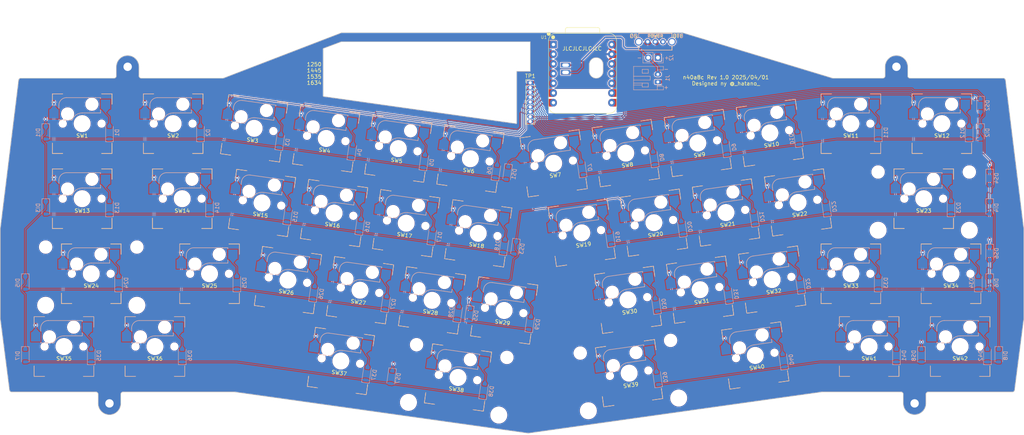
<source format=kicad_pcb>
(kicad_pcb (version 20241229) (generator "pcbnew") (generator_version "9.0")
  (title_block (title "n40a8c") (date "2025-04-17") (rev "1.0"))
  (layers (0 "F.Cu" mixed) (2 "B.Cu" mixed) (13 "F.Paste" user) (15 "B.Paste" user) (5 "F.SilkS" user "F.Silkscreen") (7 "B.SilkS" user "B.Silkscreen") (1 "F.Mask" user) (3 "B.Mask" user) (25 "Edge.Cuts" user))
  (net 0 "")
  (net 1 "GND")
  (net 2 "Net-(D1-K)")
  (net 3 "Net-(D1-A)")
  (net 4 "Net-(D2-A)")
  (net 5 "Net-(D3-A)")
  (net 6 "Net-(D4-A)")
  (net 7 "Net-(D5-A)")
  (net 8 "Net-(D6-A)")
  (net 9 "Net-(D10-K)")
  (net 10 "Net-(D7-A)")
  (net 11 "Net-(D8-A)")
  (net 12 "Net-(D9-A)")
  (net 13 "Net-(D10-A)")
  (net 14 "Net-(D11-A)")
  (net 15 "Net-(D12-A)")
  (net 16 "Net-(D13-A)")
  (net 17 "Net-(D14-A)")
  (net 18 "Net-(D15-A)")
  (net 19 "Net-(D16-A)")
  (net 20 "Net-(D17-A)")
  (net 21 "Net-(D18-A)")
  (net 22 "Net-(D19-A)")
  (net 23 "Net-(D20-A)")
  (net 24 "Net-(D21-A)")
  (net 25 "Net-(D22-A)")
  (net 26 "Net-(D23-A)")
  (net 27 "Net-(D24-A)")
  (net 28 "Net-(D13-K)")
  (net 29 "Net-(D19-K)")
  (net 30 "Net-(D24-K)")
  (net 31 "Net-(D30-K)")
  (net 32 "Net-(D35-K)")
  (net 33 "Net-(D39-K)")
  (net 34 "INTR")
  (net 35 "Net-(D25-A)")
  (net 36 "Net-(D26-A)")
  (net 37 "Net-(D27-A)")
  (net 38 "Net-(D28-A)")
  (net 39 "Net-(D29-A)")
  (net 40 "Net-(D30-A)")
  (net 41 "Net-(D31-A)")
  (net 42 "Net-(D32-A)")
  (net 43 "IO 0")
  (net 44 "IO 4")
  (net 45 "IO 1")
  (net 46 "IO 5")
  (net 47 "IO 2")
  (net 48 "Net-(D33-A)")
  (net 49 "IO 6")
  (net 50 "Net-(D34-A)")
  (net 51 "Net-(D35-A)")
  (net 52 "Net-(D36-A)")
  (net 53 "Net-(D37-A)")
  (net 54 "Net-(D38-A)")
  (net 55 "Net-(D39-A)")
  (net 56 "Net-(D40-A)")
  (net 57 "Net-(D41-A)")
  (net 58 "Net-(D42-A)")
  (net 59 "IO 3")
  (net 60 "IO 7")
  (net 61 "BAT-")
  (net 62 "VCC")
  (net 64 "BAT+")
  (net 65 "3V3")
  (net 66 "Net-(J1-Pin_1)")
  (footprint "cscslib:HOLE_M2" (layer "F.Cu") (at 45.243817 32.742235)
    (property "Reference" "J3" (hide yes))
    (property "Value" "Conn_01x01_Socket" (hide yes))
  )
  (footprint "cscslib:HOLE_M2" (layer "F.Cu") (at 40.481314 120.848559)
    (property "Reference" "J5" (hide yes))
    (property "Value" "Conn_01x01_Socket" (hide yes))
  )
  (footprint "cscslib:PinHeader_1x09_P1.27mm_Conthrough" (layer "F.Cu") (at 150.614219 36.909426)
    (property "Reference" "TP1")
    (property "Value" "Conn_01x09")
  )
  (footprint "cscslib:HOLE_M2" (layer "F.Cu") (at 251.222116 120.848559)
    (property "Reference" "J6" (hide yes))
    (property "Value" "Conn_01x01_Socket" (hide yes))
  )
  (footprint "cscslib:HOLE_M2" (layer "F.Cu") (at 246.459612 32.742235)
    (property "Reference" "J4" (hide yes))
    (property "Value" "Conn_01x01_Socket" (hide yes))
  )
  (footprint "OPL:XIAO-nRF52840-DIP2" (layer "F.Cu") (at 164.306421 34.528174)
    (property "Reference" "U1")
    (property "Value" "XIAO-nRF52840-SMD")
  )
  (footprint "cscslib:CPG151101S11_1.5u" (layer "B.Cu") (at 33.33751 47.624945)
    (property "Reference" "SW1")
    (property "Value" "SW_Push" (hide yes))
  )
  (footprint "cscslib:CPG151101S11_1u" (layer "B.Cu") (at 78.353535 48.857954 -8)
    (property "Reference" "SW3")
    (property "Value" "SW_Push" (hide yes))
  )
  (footprint "cscslib:CPG151101S11_1u" (layer "B.Cu") (at 97.218222 51.509214 -8)
    (property "Reference" "SW4")
    (property "Value" "SW_Push" (hide yes))
  )
  (footprint "cscslib:CPG151101S11_1u" (layer "B.Cu") (at 116.082905 54.160471 -8)
    (property "Reference" "SW5")
    (property "Value" "SW_Push" (hide yes))
  )
  (footprint "cscslib:CPG151101S11_1u" (layer "B.Cu") (at 134.947593 56.811729 -8)
    (property "Reference" "SW6")
    (property "Value" "SW_Push" (hide yes))
  )
  (footprint "cscslib:CPG151101S11_1u" (layer "B.Cu") (at 156.755523 58.002379 8)
    (property "Reference" "SW7")
    (property "Value" "SW_Push" (hide yes))
  )
  (footprint "cscslib:CPG151101S11_1u" (layer "B.Cu") (at 175.620209 55.351123 8)
    (property "Reference" "SW8")
    (property "Value" "SW_Push" (hide yes))
  )
  (footprint "cscslib:CPG151101S11_1u" (layer "B.Cu") (at 194.484895 52.699862 8)
    (property "Reference" "SW9")
    (property "Value" "SW_Push" (hide yes))
  )
  (footprint "cscslib:CPG151101S11_1u" (layer "B.Cu") (at 213.349579 50.048606 8)
    (property "Reference" "SW10")
    (property "Value" "SW_Push" (hide yes))
  )
  (footprint "cscslib:CPG151101S11_1u" (layer "B.Cu") (at 234.553135 47.624947)
    (property "Reference" "SW11")
    (property "Value" "SW_Push" (hide yes))
  )
  (footprint "cscslib:CPG151101S11_1u" (layer "B.Cu") (at 59.531259 67.270313)
    (property "Reference" "SW14")
    (property "Value" "SW_Push" (hide yes))
  )
  (footprint "cscslib:CPG151101S11_1u" (layer "B.Cu") (at 80.418275 68.38543 -8)
    (property "Reference" "SW15")
    (property "Value" "SW_Push" (hide yes))
  )
  (footprint "cscslib:CPG151101S11_1u" (layer "B.Cu") (at 164.122525 76.204313 8)
    (property "Reference" "SW19")
    (property "Value" "SW_Push" (hide yes))
  )
  (footprint "cscslib:CPG151101S11_1u" (layer "B.Cu") (at 201.85177 70.901814 8)
    (property "Reference" "SW21")
    (property "Value" "SW_Push" (hide yes))
  )
  (footprint "cscslib:CPG151101S11_2.25u" (layer "B.Cu") (at 35.71876 86.91557)
    (property "Reference" "SW24")
    (property "Value" "SW_Push" (hide yes))
  )
  (footprint "cscslib:CPG151101S11_1u" (layer "B.Cu") (at 66.674804 86.915694)
    (property "Reference" "SW25")
    (property "Value" "SW_Push" (hide yes))
  )
  (footprint "cscslib:CPG151101S11_1u" (layer "B.Cu") (at 87.199335 88.575677 -8)
    (property "Reference" "SW26")
    (property "Value" "SW_Push" (hide yes))
  )
  (footprint "cscslib:CPG151101S11_1u" (layer "B.Cu") (at 124.928605 93.878018 -8)
    (property "Reference" "SW28")
    (property "Value" "SW_Push" (hide yes))
  )
  (footprint "cscslib:CPG151101S11_1u" (layer "B.Cu") (at 143.793192 96.52949 -8)
    (property "Reference" "SW29")
    (property "Value" "SW_Push" (hide yes))
  )
  (footprint "cscslib:CPG151101S11_1u" (layer "B.Cu") (at 57.15001 47.624945)
    (property "Reference" "SW2")
    (property "Value" "SW_Push" (hide yes))
  )
  (footprint "cscslib:CPG151101S11_1u" (layer "B.Cu") (at 182.987148 73.553064 8)
    (property "Reference" "SW20")
    (property "Value" "SW_Push" (hide yes))
  )
  (footprint "cscslib:CPG151101S11_1.75u" (layer "B.Cu") (at 33.337513 67.270312)
    (property "Reference" "SW13")
    (property "Value" "SW_Push" (hide yes))
  )
  (footprint "Diode_SMD:D_SOD-123" (layer "B.Cu") (at 131.671559 97.23031 82)
    (property "Reference" "D28")
    (property "Value" "1N4148W" (hide yes))
  )
  (footprint "Diode_SMD:D_SOD-123" (layer "B.Cu") (at 228.122825 69.614207 98)
    (property "Reference" "D22")
    (property "Value" "1N4148W" (hide yes))
  )
  (footprint "Diode_SMD:D_SOD-123" (layer "B.Cu") (at 42.862566 89.296894 90)
    (property "Reference" "D24")
    (property "Value" "1N4148W" (hide yes))
  )
  (footprint "Diode_SMD:D_SOD-123" (layer "B.Cu") (at 73.81884 89.296894 90)
    (property "Reference" "D25")
    (property "Value" "1N4148W" (hide yes))
  )
  (footprint "Diode_SMD:D_SOD-123" (layer "B.Cu") (at 183.612516 95.106954 98)
    (property "Reference" "D30")
    (property "Value" "1N4148W" (hide yes))
  )
  (footprint "Diode_SMD:D_SOD-123" (layer "B.Cu") (at 93.942346 91.927816 82)
    (property "Reference" "D26")
    (property "Value" "1N4148W" (hide yes))
  )
  (footprint "cscslib:CPG151101S11_1u" (layer "B.Cu") (at 220.716393 68.250566 8)
    (property "Reference" "SW22")
    (property "Value" "SW_Push" (hide yes))
  )
  (footprint "Diode_SMD:D_SOD-123" (layer "B.Cu") (at 112.806953 94.579062 82)
    (property "Reference" "D27")
    (property "Value" "1N4148W" (hide yes))
  )
  (footprint "Diode_SMD:D_SOD-123" (layer "B.Cu") (at 85.096386 52.210167 82)
    (property "Reference" "D3")
    (property "Value" "1N4148W" (hide yes))
  )
  (footprint "Diode_SMD:D_SOD-123" (layer "B.Cu") (at 64.293833 50.006236 90)
    (property "Reference" "D2")
    (property "Value" "1N4148W" (hide yes))
  )
  (footprint "Diode_SMD:D_SOD-123" (layer "B.Cu") (at 103.960993 54.861413 82)
    (property "Reference" "D4")
    (property "Value" "1N4148W" (hide yes))
  )
  (footprint "Diode_SMD:D_SOD-123" (layer "B.Cu") (at 183.026174 56.714897 98)
    (property "Reference" "D8")
    (property "Value" "1N4148W" (hide yes))
  )
  (footprint "Diode_SMD:D_SOD-123" (layer "B.Cu") (at 201.890797 54.063647 98)
    (property "Reference" "D9")
    (property "Value" "1N4148W" (hide yes))
  )
  (footprint "Diode_SMD:D_SOD-123" (layer "B.Cu") (at 164.161552 59.366147 98)
    (property "Reference" "D7")
    (property "Value" "1N4148W" (hide yes))
  )
  (footprint "Diode_SMD:D_SOD-123" (layer "B.Cu") (at 220.755419 51.412397 98)
    (property "Reference" "D10")
    (property "Value" "1N4148W" (hide yes))
  )
  (footprint "Diode_SMD:D_SOD-123" (layer "B.Cu") (at 122.8256 57.512661 82)
    (property "Reference" "D5")
    (property "Value" "1N4148W" (hide yes))
  )
  (footprint "Diode_SMD:D_SOD-123" (layer "B.Cu") (at 141.690203 60.163909 82)
    (property "Reference" "D6")
    (property "Value" "1N4148W" (hide yes))
  )
  (footprint "Diode_SMD:D_SOD-123" (layer "B.Cu") (at 40.481314 50.006236 90)
    (property "Reference" "D1")
    (property "Value" "1N4148W" (hide yes))
  )
  (footprint "Diode_SMD:D_SOD-123" (layer "B.Cu") (at 190.39358 74.916707 98)
    (property "Reference" "D20")
    (property "Value" "1N4148W" (hide yes))
  )
  (footprint "Diode_SMD:D_SOD-123" (layer "B.Cu") (at 106.025898 74.388832 82)
    (property "Reference" "D16")
    (property "Value" "1N4148W" (hide yes))
  )
  (footprint "Diode_SMD:D_SOD-123" (layer "B.Cu") (at 171.528957 77.567959 98)
    (property "Reference" "D19")
    (property "Value" "1N4148W" (hide yes))
  )
  (footprint "Diode_SMD:D_SOD-123" (layer "B.Cu") (at 209.258202 72.265457 98)
    (property "Reference" "D21")
    (property "Value" "1N4148W" (hide yes))
  )
  (footprint "Diode_SMD:D_SOD-123" (layer "B.Cu") (at 87.16129 71.737584 82)
    (property "Reference" "D15")
    (property "Value" "1N4148W" (hide yes))
  )
  (footprint "Diode_SMD:D_SOD-123" (layer "B.Cu") (at 143.75511 79.691327 82)
    (property "Reference" "D18")
    (property "Value" "1N4148W" (hide yes))
  )
  (footprint "Diode_SMD:D_SOD-123" (layer "B.Cu") (at 66.675086 69.651565 90)
    (property "Reference" "D14")
    (property "Value" "1N4148W" (hide yes))
  )
  (footprint "cscslib:CPG151101S11_1u" (layer "B.Cu") (at 99.282896 71.03668 -8)
    (property "Reference" "SW16")
    (property "Value" "SW_Push" (hide yes))
  )
  (footprint "cscslib:CPG151101S11_1u" (layer "B.Cu") (at 137.012141 76.339179 -8)
    (property "Reference" "SW18")
    (property "Value" "SW_Push" (hide yes))
  )
  (footprint "cscslib:CPG151101S11_1u" (layer "B.Cu") (at 118.147516 73.687929 -8)
    (property "Reference" "SW17")
    (property "Value" "SW_Push" (hide yes))
  )
  (footprint "cscslib:CPG151101S11_2.25u" (layer "B.Cu") (at 253.603134 67.270316)
    (property "Reference" "SW23")
    (property "Value" "SW_Push" (hide yes))
  )
  (footprint "Diode_SMD:D_SOD-123" (layer "B.Cu") (at 150.536166 99.881558 82)
    (property "Reference" "D29")
    (property "Value" "1N4148W" (hide yes))
  )
  (footprint "Diode_SMD:D_SOD-123" (layer "B.Cu") (at 124.890504 77.04008 82)
    (property "Reference" "D17")
    (property "Value" "1N4148W" (hide yes))
  )
  (footprint "Diode_SMD:D_SOD-123" (layer "B.Cu") (at 40.481314 69.651565 90)
    (property "Reference" "D13")
    (property "Value" "1N4148W" (hide yes))
  )
  (footprint "Diode_SMD:D_SOD-123" (layer "B.Cu") (at 221.341763 89.804455 98)
    (property "Reference" "D32")
    (property "Value" "1N4148W" (hide yes))
  )
  (footprint "cscslib:CPG151101S11_1u" (layer "B.Cu") (at 213.935858 88.440801 8)
    (property "Reference" "SW32")
    (property "Value" "SW_Push" (hide yes))
  )
  (footprint "cscslib:CPG151101S11_1.5u" (layer "B.Cu") (at 258.365634 47.624944)
    (property "Reference" "SW12")
    (property "Value" "SW_Push" (hide yes))
  )
  (footprint "cscslib:CPG151101S11_1u" (layer "B.Cu") (at 106.063958 91.226928 -8)
    (property "Reference" "SW27")
    (property "Value" "SW_Push" (hide yes))
  )
  (footprint "cscslib:CPG151101S11_1u" (layer "B.Cu") (at 176.206536 93.743312 8)
    (property "Reference" "SW30")
    (property "Value" "SW_Push" (hide yes))
  )
  (footprint "cscslib:CPG151101S11_1.25u" (layer "B.Cu") (at 263.128136 105.96557)
    (property "Reference" "SW42")
    (property "Value" "SW_Push" (hide yes))
  )
  (footprint "Diode_SMD:D_SOD-123" (layer "B.Cu") (at 241.697108 50.006236 90)
    (property "Reference" "D11")
    (property "Value" "1N4148W" (hide yes))
  )
  (footprint "Connector_JST:JST_PH_S2B-PH-K_1x02_P2.00mm_Horizontal" (layer "B.Cu") (at 184.020495 36.7188 90)
    (property "Reference" "J1")
    (property "Value" "Conn_01x02_Pin")
  )
  (footprint "cscslib:CPG151101S11_1.25u" (layer "B.Cu") (at 209.513127 108.299409 8)
    (property "Reference" "SW40")
    (property "Value" "SW_Push" (hide yes))
  )
  (footprint "Diode_SMD:D_SOD-123" (layer "B.Cu") (at 138.452615 117.420542 82)
    (property "Reference" "D38")
    (property "Value" "1N4148W" (hide yes))
  )
  (footprint "cscslib:CPG151101S11_1.25u" (layer "B.Cu") (at 239.315856 105.965658)
    (property "Reference" "SW41")
    (property "Value" "SW_Push" (hide yes))
  )
  (footprint "Diode_SMD:D_SOD-123" (layer "B.Cu") (at 253.008055 108.346986 -90)
    (property "Reference" "DS8")
    (property "Value" "1N4148W" (hide yes))
  )
  (footprint "Diode_SMD:D_SOD-123" (layer "B.Cu") (at 270.867445 61.912571 -90)
    (property "Reference" "DS4")
    (property "Value" "1N4148W" (hide yes))
  )
  (footprint "Diode_SMD:D_SOD-123" (layer "B.Cu") (at 134.619287 97.644726 -98)
    (property "Reference" "DS5")
    (property "Value" "1N4148W" (hide yes))
  )
  (footprint "cscslib:CPG151101S11_2.25u" (layer "B.Cu") (at 176.500038 112.939095 8)
    (property "Reference" "SW39")
    (property "Value" "SW_Push" (hide yes))
  )
  (footprint "Diode_SMD:D_SOD-123" (layer "B.Cu") (at 18.454733 108.346986 -90)
    (property "Reference" "DI7")
    (property "Value" "1N4148W" (hide yes))
  )
  (footprint "cscslib:CPG151101S11_1u" (layer "B.Cu") (at 234.553135 86.915649)
    (property "Reference" "SW33")
    (property "Value" "SW_Push" (hide yes))
  )
  (footprint "Diode_SMD:D_SOD-123" (layer "B.Cu") (at 260.747124 69.651565 90)
    (property "Reference" "D23")
    (property "Value" "1N4148W" (hide yes))
  )
  (footprint "Diode_SMD:D_SOD-123" (layer "B.Cu") (at 216.91878 109.663296 98)
    (property "Reference" "D40")
    (property "Value" "1N4148W" (hide yes))
  )
  (footprint "Diode_SMD:D_SOD-123" (layer "B.Cu") (at 18.454733 89.29697 -90)
    (property "Reference" "DI5")
    (property "Value" "1N4148W" (hide yes))
  )
  (footprint "cscslib:CPG151101S11_1.25u" (layer "B.Cu") (at 28.57501 105.965569)
    (property "Reference" "SW35")
    (property "Value" "SW_Push" (hide yes))
  )
  (footprint "Diode_SMD:D_SOD-123" (layer "B.Cu") (at 146.702848 80.105727 -98)
    (property "Reference" "DS3")
    (property "Value" "1N4148W" (hide yes))
  )
  (footprint "Diode_SMD:D_SOD-123" (layer "B.Cu") (at 23.81255 69.651641 -90)
    (property "Reference" "DI3")
    (property "Value" "1N4148W" (hide yes))
  )
  (footprint "Diode_SMD:D_SOD-123" (layer "B.Cu") (at 144.637943 60.578292 -98)
    (property "Reference" "DS1")
    (property "Value" "1N4148W" (hide yes))
  )
  (footprint "Diode_SMD:D_SOD-123" (layer "B.Cu") (at 270.272132 108.346911 90)
    (property "Reference" "D42")
    (property "Value" "1N4148W" (hide yes))
  )
  (footprint "Diode_SMD:D_SOD-123" (layer "B.Cu") (at 23.81255 50.006312 -90)
    (property "Reference" "DI1")
    (property "Value" "1N4148W" (hide yes))
  )
  (footprint "Diode_SMD:D_SOD-123" (layer "B.Cu") (at 267.89088 89.296894 90)
    (property "Reference" "D34")
    (property "Value" "1N4148W" (hide yes))
  )
  (footprint "Diode_SMD:D_SOD-123" (layer "B.Cu") (at 273.248697 108.346986 -90)
    (property "Reference" "DI8")
    (property "Value" "1N4148W" (hide yes))
  )
  (footprint "cscslib:SLIDE_SWITCH_SK-12D01" (layer "B.Cu") (at 183.356434 26.193792 180)
    (property "Reference" "SW43" (hide yes))
    (property "Value" "SW_PWR" (hide yes))
  )
  (footprint "cscslib:CPG151101S11_1u" (layer "B.Cu") (at 195.071225 91.091863 8)
    (property "Reference" "SW31")
    (property "Value" "SW_Push" (hide yes))
  )
  (footprint "Diode_SMD:D_SOD-123" (layer "B.Cu") (at 270.867445 69.651641 -90)
    (property "Reference" "DI4")
    (property "Value" "1N4148W" (hide yes))
  )
  (footprint "Diode_SMD:D_SOD-123" (layer "B.Cu") (at 241.69711 89.296892 90)
    (property "Reference" "D33")
    (property "Value" "1N4148W" (hide yes))
  )
  (footprint "Diode_SMD:D_SOD-123" (layer "B.Cu") (at 114.282454 114.0238 -98)
    (property "Reference" "DS7")
    (property "Value" "1N4148W" (hide yes))
  )
  (footprint "cscslib:CPG151101S11_1.75u" (layer "B.Cu") (at 260.746885 86.91557)
    (property "Reference" "SW34")
    (property "Value" "SW_Push" (hide yes))
  )
  (footprint "cscslib:CPG151101S11_2u" (layer "B.Cu") (at 131.710235 114.068368 -8)
    (property "Reference" "SW38")
    (property "Value" "SW_Push" (hide yes))
  )
  (footprint "Diode_SMD:D_SOD-123" (layer "B.Cu") (at 268.486193 42.862556 -90)
    (property "Reference" "DS2")
    (property "Value" "1N4148W" (hide yes))
  )
  (footprint "Diode_SMD:D_SOD-123" (layer "B.Cu") (at 265.509628 50.006236 90)
    (property "Reference" "D12")
    (property "Value" "1N4148W" (hide yes))
  )
  (footprint "Connector_PinHeader_2.54mm:PinHeader_1x02_P2.54mm_Vertical" (layer "B.Cu") (at 184.036123 30.360983 90)
    (property "Reference" "J2")
    (property "Value" "Conn_01x02_Pin")
  )
  (footprint "Diode_SMD:D_SOD-123" (layer "B.Cu") (at 183.905687 114.302983 98)
    (property "Reference" "D39")
    (property "Value" "1N4148W" (hide yes))
  )
  (footprint "cscslib:CPG151101S11_1.25u" (layer "B.Cu") (at 101.055249 109.760089 -8)
    (property "Reference" "SW37")
    (property "Value" "SW_Push" (hide yes))
  )
  (footprint "cscslib:CPG151101S11_1.25u" (layer "B.Cu") (at 52.38751 105.96557)
    (property "Reference" "SW36")
    (property "Value" "SW_Push" (hide yes))
  )
  (footprint "Diode_SMD:D_SOD-123" (layer "B.Cu") (at 35.71881 108.34691 90)
    (property "Reference" "D35")
    (property "Value" "1N4148W" (hide yes))
  )
  (footprint "Diode_SMD:D_SOD-123" (layer "B.Cu") (at 107.79763 113.112263 82)
    (property "Reference" "D37")
    (property "Value" "1N4148W" (hide yes))
  )
  (footprint "Diode_SMD:D_SOD-123" (layer "B.Cu") (at 268.486193 50.006312 -90)
    (property "Reference" "DI2")
    (property "Value" "1N4148W" (hide yes))
  )
  (footprint "Diode_SMD:D_SOD-123" (layer "B.Cu") (at 59.53133 108.34691 90)
    (property "Reference" "D36")
    (property "Value" "1N4148W" (hide yes))
  )
  (footprint "Diode_SMD:D_SOD-123" (layer "B.Cu") (at 246.459612 108.34691 90)
    (property "Reference" "D41")
    (property "Value" "1N4148W" (hide yes))
  )
  (footprint "Diode_SMD:D_SOD-123" (layer "B.Cu") (at 270.867445 89.29697 -90)
    (property "Reference" "DI6")
    (property "Value" "1N4148W" (hide yes))
  )
  (footprint "Diode_SMD:D_SOD-123" (layer "B.Cu") (at 202.477141 92.455705 98)
    (property "Reference" "D31")
    (property "Value" "1N4148W" (hide yes))
  )
  (footprint "Diode_SMD:D_SOD-123" (layer "B.Cu") (at 270.867445 81.557901 -90)
    (property "Reference" "DS6")
    (property "Value" "1N4148W" (hide yes))
  )
  (gr_line (start 243.483047 35.12352) (end 243.483047 32.742235) (stroke (width 0.15)) (layer "Edge.Cuts"))
  (gr_line (start 190.50019 23.81254) (end 188.118938 23.81254) (stroke (width 0.15)) (layer "Edge.Cuts"))
  (gr_arc (start 48.815696 35.7188) (mid 48.394732 35.544436) (end 48.220384 35.123487) (stroke (width 0.15)) (layer "Edge.Cuts"))
  (gr_line (start 43.457942 120.848549) (end 43.457879 118.467307) (stroke (width 0.15)) (layer "Edge.Cuts"))
  (gr_line (start 73.45904 117.904933) (end 150.087765 128.674398) (stroke (width 0.15)) (layer "Edge.Cuts"))
  (gr_arc (start 36.909436 117.871994) (mid 37.330372 118.046366) (end 37.504747 118.467307) (stroke (width 0.15)) (layer "Edge.Cuts"))
  (gr_line (start 37.504749 120.848552) (end 37.504747 118.467307) (stroke (width 0.15)) (layer "Edge.Cuts"))
  (gr_arc (start 43.457883 120.848551) (mid 40.48132 123.825123) (end 37.504753 120.848551) (stroke (width 0.15)) (layer "Edge.Cuts"))
  (gr_line (start 150.087765 128.674398) (end 226.951404 117.871918) (stroke (width 0.15)) (layer "Edge.Cuts"))
  (gr_arc (start 243.483047 35.123487) (mid 243.308697 35.544467) (end 242.887734 35.7188) (stroke (width 0.15)) (layer "Edge.Cuts"))
  (gr_line (start 73.22353 117.871928) (end 73.45904 117.904933) (stroke (width 0.15)) (layer "Edge.Cuts"))
  (gr_line (start 249.436176 32.742235) (end 249.436177 35.123487) (stroke (width 0.15)) (layer "Edge.Cuts"))
  (gr_arc (start 16.668794 36.314113) (mid 16.843159 35.893167) (end 17.264107 35.7188) (stroke (width 0.15)) (layer "Edge.Cuts"))
  (gr_arc (start 274.439323 35.7188) (mid 274.860267 35.893167) (end 275.034636 36.314113) (stroke (width 0.15)) (layer "Edge.Cuts"))
  (gr_arc (start 247.650236 117.871995) (mid 248.071178 118.046371) (end 248.24555 118.46732) (stroke (width 0.15)) (layer "Edge.Cuts"))
  (gr_line (start 48.220383 32.742234) (end 48.220381 35.115628) (stroke (width 0.15)) (layer "Edge.Cuts"))
  (gr_line (start 226.951406 117.871822) (end 247.650236 117.871995) (stroke (width 0.15)) (layer "Edge.Cuts"))
  (gr_line (start 254.793994 117.871995) (end 276.820575 117.871822) (stroke (width 0.15)) (layer "Edge.Cuts"))
  (gr_line (start 188.118938 23.81254) (end 178.59393 23.81254) (stroke (width 0.15)) (layer "Edge.Cuts"))
  (gr_line (start 178.59393 23.81254) (end 173.236113 23.81254) (stroke (width 0.15)) (layer "Edge.Cuts"))
  (gr_line (start 70.246964 35.718695) (end 48.815696 35.7188) (stroke (width 0.15)) (layer "Edge.Cuts"))
  (gr_line (start 275.034385 36.314113) (end 279.796885 75.009318) (stroke (width 0.15)) (layer "Edge.Cuts"))
  (gr_line (start 250.03149 35.7188) (end 274.439323 35.718695) (stroke (width 0.15)) (layer "Edge.Cuts"))
  (gr_line (start 16.66876 36.314113) (end 11.90626 75.00932) (stroke (width 0.15)) (layer "Edge.Cuts"))
  (gr_line (start 279.796885 75.009318) (end 279.796885 98.82182) (stroke (width 0.15)) (layer "Edge.Cuts"))
  (gr_line (start 279.796885 98.82182) (end 277.415635 117.276681) (stroke (width 0.15)) (layer "Edge.Cuts"))
  (gr_arc (start 14.882855 117.871928) (mid 14.461937 117.697598) (end 14.287608 117.276681) (stroke (width 0.15)) (layer "Edge.Cuts"))
  (gr_line (start 42.267253 32.742235) (end 42.267253 35.12352) (stroke (width 0.15)) (layer "Edge.Cuts"))
  (gr_line (start 242.887734 35.7188) (end 229.790848 35.7188) (stroke (width 0.15)) (layer "Edge.Cuts"))
  (gr_line (start 11.906262 98.82182) (end 11.90626 75.00932) (stroke (width 0.15)) (layer "Edge.Cuts"))
  (gr_arc (start 43.457879 118.467307) (mid 43.632247 118.046358) (end 44.053195 117.871994) (stroke (width 0.15)) (layer "Edge.Cuts"))
  (gr_arc (start 254.198681 118.467309) (mid 254.373046 118.04636) (end 254.793994 117.871995) (stroke (width 0.15)) (layer "Edge.Cuts"))
  (gr_line (start 248.24555 118.46732) (end 248.245551 120.848559) (stroke (width 0.15)) (layer "Edge.Cuts"))
  (gr_line (start 36.909436 117.871995) (end 14.882855 117.871928) (stroke (width 0.15)) (layer "Edge.Cuts"))
  (gr_arc (start 243.483047 32.742235) (mid 246.459612 29.76567) (end 249.436176 32.742235) (stroke (width 0.15)) (layer "Edge.Cuts"))
  (gr_poly (pts (xy 147.042341 47.625062) (xy 96.440737 40.481304) (xy 96.440736 27.979732) (xy 101.20324 26.193792) (xy 150.614219 26.193795) (xy 150.614219 33.932861) (xy 147.042341 33.932861)) (stroke (width 0.15)) (fill no) (layer "Edge.Cuts"))
  (gr_line (start 101.20324 23.812538) (end 70.246964 35.718695) (stroke (width 0.15)) (layer "Edge.Cuts"))
  (gr_line (start 166.092357 32.146922) (end 166.092357 33.932861) (stroke (width 0.15)) (layer "Edge.Cuts"))
  (gr_line (start 254.198681 120.848559) (end 254.198681 118.467309) (stroke (width 0.15)) (layer "Edge.Cuts"))
  (gr_arc (start 277.415888 117.276681) (mid 277.241536 117.697643) (end 276.820575 117.871994) (stroke (width 0.15)) (layer "Edge.Cuts"))
  (gr_line (start 11.906262 98.82182) (end 14.287508 117.276682) (stroke (width 0.15)) (layer "Edge.Cuts"))
  (gr_line (start 169.664235 32.146922) (end 169.664235 33.932863) (stroke (width 0.15)) (layer "Edge.Cuts"))
  (gr_line (start 173.236113 23.81254) (end 155.456419 23.81254) (stroke (width 0.15)) (layer "Edge.Cuts"))
  (gr_arc (start 166.092357 32.146922) (mid 167.878296 30.360981) (end 169.664235 32.146922) (stroke (width 0.15)) (layer "Edge.Cuts"))
  (gr_line (start 44.055649 117.871994) (end 73.22353 117.871928) (stroke (width 0.15)) (layer "Edge.Cuts"))
  (gr_line (start 41.67194 35.7188) (end 17.264107 35.7188) (stroke (width 0.15)) (layer "Edge.Cuts"))
  (gr_arc (start 169.664235 33.932863) (mid 167.878295 35.7188) (end 166.092357 33.932861) (stroke (width 0.15)) (layer "Edge.Cuts"))
  (gr_arc (start 254.198681 120.848559) (mid 251.222116 123.825124) (end 248.245551 120.848559) (stroke (width 0.15)) (layer "Edge.Cuts"))
  (gr_arc (start 250.03149 35.7188) (mid 249.610565 35.54443) (end 249.436177 35.123487) (stroke (width 0.15)) (layer "Edge.Cuts"))
  (gr_line (start 101.20324 23.812538) (end 155.456419 23.81254) (stroke (width 0.15)) (layer "Edge.Cuts"))
  (gr_line (start 190.50019 23.81254) (end 229.790848 35.7188) (stroke (width 0.15)) (layer "Edge.Cuts"))
  (gr_arc (start 42.267253 32.742235) (mid 45.243817 29.765671) (end 48.220383 32.742234) (stroke (width 0.15)) (layer "Edge.Cuts"))
  (gr_arc (start 42.267253 35.123487) (mid 42.092897 35.544433) (end 41.67194 35.7188) (stroke (width 0.15)) (layer "Edge.Cuts"))
  (gr_text "n40a8c Rev 1.0 2025/04/01\nDesigned ny @_hatano_" (at 201.811137 36.314113 0) (layer "F.SilkS") (effects (font (size 1 1))))
  (gr_text "1250\n1445\n1535\n1634" (at 94.059484 34.528174 0) (layer "F.SilkS") (effects (font (size 1 1))))
  (gr_text "JLCJLCJLCJLC" (at 158.948601 28.575044 0) (layer "F.SilkS") (effects (font (size 1 1)) (justify left bottom)))
  (gr_text "-" (at 179.189243 30.360983 0) (layer "B.SilkS") (effects (font (size 1 1)) (justify mirror)))
  (gr_text "+" (at 186.332998 30.360983 0) (layer "B.SilkS") (effects (font (size 1 1)) (justify mirror)))
  (gr_text "+" (at 186.928312 38.695365 0) (layer "B.SilkS") (effects (font (size 1 1)) (justify left bottom mirror)))
  (gr_text "-" (at 186.928312 33.932863 0) (layer "B.SilkS") (effects (font (size 1 1)) (justify left bottom mirror)))
  (segment (start 84.86675 53.844109) (end 69.289354 51.654849) (width 0.25) (layer "B.Cu") (net 2))
  (segment (start 141.460571 61.797851) (end 144.408219 62.212117) (width 0.25) (layer "B.Cu") (net 2))
  (segment (start 122.595965 59.146604) (end 103.731357 56.495355) (width 0.25) (layer "B.Cu") (net 2))
  (segment (start 23.81255 51.656314) (end 40.481238 51.656311) (width 0.25) (layer "B.Cu") (net 2))
  (segment (start 40.481314 51.656236) (end 64.293833 51.656236) (width 0.25) (layer "B.Cu") (net 2))
  (segment (start 64.293833 51.656236) (end 69.287513 51.656236) (width 0.25) (layer "B.Cu") (net 2))
  (segment (start 141.460567 61.797852) (end 122.595965 59.146604) (width 0.25) (layer "B.Cu") (net 2))
  (segment (start 103.731357 56.495355) (end 84.866752 53.844108) (width 0.25) (layer "B.Cu") (net 2))
  (segment (start 69.289354 51.654849) (end 69.287513 51.656236) (width 0.25) (layer "B.Cu") (net 2))
  (segment (start 40.481238 51.656311) (end 40.481314 51.656236) (width 0.25) (layer "B.Cu") (net 2))
  (segment (start 84.866752 53.844108) (end 84.86675 53.844109) (width 0.25) (layer "B.Cu") (net 2))
  (segment (start 144.408219 62.212117) (end 144.408307 62.212234) (width 0.25) (layer "B.Cu") (net 2))
  (segment (start 39.45251 44.810317) (end 40.481313 45.839121) (width 0.25) (layer "B.Cu") (net 3))
  (segment (start 39.45251 42.544945) (end 39.45251 44.810317) (width 0.25) (layer "B.Cu") (net 3))
  (segment (start 40.481314 48.356236) (end 40.481313 45.839121) (width 0.25) (layer "B.Cu") (net 3))
  (segment (start 63.26501 44.810299) (end 64.293833 45.839121) (width 0.25) (layer "B.Cu") (net 4))
  (segment (start 64.293833 48.356236) (end 64.293833 45.839121) (width 0.25) (layer "B.Cu") (net 4))
  (segment (start 63.26501 42.544947) (end 63.26501 44.810299) (width 0.25) (layer "B.Cu") (net 4))
  (segment (start 85.326021 50.576225) (end 85.676339 48.083585) (width 0.25) (layer "B.Cu") (net 5))
  (segment (start 84.80076 46.921652) (end 85.676339 48.083585) (width 0.25) (layer "B.Cu") (net 5))
  (segment (start 85.116023 44.678436) (end 84.80076 46.921652) (width 0.25) (layer "B.Cu") (net 5))
  (segment (start 103.98071 47.329696) (end 103.665435 49.572991) (width 0.25) (layer "B.Cu") (net 6))
  (segment (start 104.190628 53.227467) (end 104.540946 50.734833) (width 0.25) (layer "B.Cu") (net 6))
  (segment (start 103.665435 49.572991) (end 104.540946 50.734833) (width 0.25) (layer "B.Cu") (net 6))
  (segment (start 122.845395 49.980953) (end 122.530108 52.224325) (width 0.25) (layer "B.Cu") (net 7))
  (segment (start 123.055236 55.878719) (end 123.405553 53.386081) (width 0.25) (layer "B.Cu") (net 7))
  (segment (start 122.530108 52.224325) (end 123.405553 53.386081) (width 0.25) (layer "B.Cu") (net 7))
  (segment (start 141.394784 54.875669) (end 142.270156 56.037327) (width 0.25) (layer "B.Cu") (net 8))
  (segment (start 141.710081 52.632211) (end 141.394784 54.875669) (width 0.25) (layer "B.Cu") (net 8))
  (segment (start 141.919839 58.529969) (end 142.270156 56.037327) (width 0.25) (layer "B.Cu") (net 8))
  (segment (start 267.560193 48.815778) (end 267.560193 47.896846) (width 0.25) (layer "B.Cu") (net 9))
  (segment (start 265.968926 51.656236) (end 265.969002 51.656312) (width 0.25) (layer "B.Cu") (net 9))
  (segment (start 241.697108 51.656236) (end 230.882596 51.656236) (width 0.25) (layer "B.Cu") (net 9))
  (segment (start 268.035193 49.290778) (end 267.560193 48.815778) (width 0.25) (layer "B.Cu") (net 9))
  (segment (start 223.932566 52.632093) (end 223.932652 52.632158) (width 0.25) (layer "B.Cu") (net 9))
  (segment (start 268.486193 45.796625) (end 268.486193 44.512556) (width 0.25) (layer "B.Cu") (net 9))
  (segment (start 265.509628 51.656236) (end 265.968926 51.656236) (width 0.25) (layer "B.Cu") (net 9))
  (segment (start 183.255809 58.348839) (end 164.391186 61.000091) (width 0.25) (layer "B.Cu") (net 9))
  (segment (start 268.486193 50.644122) (end 268.035193 50.193122) (width 0.25) (layer "B.Cu") (net 9))
  (segment (start 230.88167 51.655537) (end 230.882596 51.656236) (width 0.25) (layer "B.Cu") (net 9))
  (segment (start 202.120433 55.697589) (end 183.255809 58.348839) (width 0.25) (layer "B.Cu") (net 9))
  (segment (start 223.932652 52.632159) (end 230.88167 51.655537) (width 0.25) (layer "B.Cu") (net 9))
  (segment (start 268.035193 47.421846) (end 268.035193 46.247623) (width 0.25) (layer "B.Cu") (net 9))
  (segment (start 268.035193 50.193122) (end 268.035193 49.290778) (width 0.25) (layer "B.Cu") (net 9))
  (segment (start 241.697108 51.656236) (end 265.509628 51.656236) (width 0.25) (layer "B.Cu") (net 9))
  (segment (start 265.969002 51.656312) (end 268.486193 51.656312) (width 0.25) (layer "B.Cu") (net 9))
  (segment (start 220.985054 53.046339) (end 223.932566 52.632093) (width 0.25) (layer "B.Cu") (net 9))
  (segment (start 268.486193 51.656312) (end 268.486193 50.644122) (width 0.25) (layer "B.Cu") (net 9))
  (segment (start 268.035193 46.247623) (end 268.486193 45.796625) (width 0.25) (layer "B.Cu") (net 9))
  (segment (start 267.560193 47.896846) (end 268.035193 47.421846) (width 0.25) (layer "B.Cu") (net 9))
  (segment (start 220.985054 53.046339) (end 202.120433 55.697589) (width 0.25) (layer "B.Cu") (net 9))
  (segment (start 163.931915 57.732205) (end 163.581598 55.239557) (width 0.25) (layer "B.Cu") (net 10))
  (segment (start 162.104013 52.120774) (end 162.419229 54.363649) (width 0.25) (layer "B.Cu") (net 10))
  (segment (start 162.419229 54.363649) (end 163.581598 55.239557) (width 0.25) (layer "B.Cu") (net 10))
  (segment (start 180.968698 49.469517) (end 181.283923 51.712454) (width 0.25) (layer "B.Cu") (net 11))
  (segment (start 181.283923 51.712454) (end 182.446219 52.588307) (width 0.25) (layer "B.Cu") (net 11))
  (segment (start 182.796538 55.080954) (end 182.446219 52.588307) (width 0.25) (layer "B.Cu") (net 11))
  (segment (start 201.661162 52.429704) (end 201.310843 49.937057) (width 0.25) (layer "B.Cu") (net 12))
  (segment (start 200.148618 49.061258) (end 201.310843 49.937057) (width 0.25) (layer "B.Cu") (net 12))
  (segment (start 199.833385 46.818256) (end 200.148618 49.061258) (width 0.25) (layer "B.Cu") (net 12))
  (segment (start 218.698068 44.167001) (end 219.01331 46.410061) (width 0.25) (layer "B.Cu") (net 13))
  (segment (start 219.01331 46.410061) (end 220.175464 47.285807) (width 0.25) (layer "B.Cu") (net 13))
  (segment (start 220.525783 49.778455) (end 220.175464 47.285807) (width 0.25) (layer "B.Cu") (net 13))
  (segment (start 241.697108 48.356236) (end 241.697108 45.839121) (width 0.25) (layer "B.Cu") (net 14))
  (segment (start 240.668135 42.544947) (end 240.668135 44.810148) (width 0.25) (layer "B.Cu") (net 14))
  (segment (start 240.668135 44.810148) (end 241.697108 45.839121) (width 0.25) (layer "B.Cu") (net 14))
  (segment (start 264.480634 42.544944) (end 264.480632 44.810127) (width 0.25) (layer "B.Cu") (net 15))
  (segment (start 265.509628 48.356236) (end 265.509628 45.839119) (width 0.25) (layer "B.Cu") (net 15))
  (segment (start 264.480632 44.810127) (end 265.509628 45.839119) (width 0.25) (layer "B.Cu") (net 15))
  (segment (start 39.452513 62.190312) (end 39.452513 64.455649) (width 0.25) (layer "B.Cu") (net 16))
  (segment (start 39.452513 64.455649) (end 40.481314 65.48445) (width 0.25) (layer "B.Cu") (net 16))
  (segment (start 40.481314 68.001565) (end 40.481314 65.48445) (width 0.25) (layer "B.Cu") (net 16))
  (segment (start 65.646259 64.455568) (end 66.675083 65.484395) (width 0.25) (layer "B.Cu") (net 17))
  (segment (start 66.675083 65.484395) (end 66.675086 68.001565) (width 0.25) (layer "B.Cu") (net 17))
  (segment (start 65.646259 62.190313) (end 65.646259 64.455568) (width 0.25) (layer "B.Cu") (net 17))
  (segment (start 87.390926 70.103641) (end 87.741242 67.61102) (width 0.25) (layer "B.Cu") (net 18))
  (segment (start 86.865531 66.448913) (end 87.741242 67.61102) (width 0.25) (layer "B.Cu") (net 18))
  (segment (start 87.180764 64.205911) (end 86.865531 66.448913) (width 0.25) (layer "B.Cu") (net 18))
  (segment (start 106.255533 72.754892) (end 106.605849 70.262265) (width 0.25) (layer "B.Cu") (net 19))
  (segment (start 105.730149 69.100175) (end 106.605849 70.262265) (width 0.25) (layer "B.Cu") (net 19))
  (segment (start 106.045384 66.857162) (end 105.730149 69.100175) (width 0.25) (layer "B.Cu") (net 19))
  (segment (start 125.12014 75.406138) (end 125.470455 72.913515) (width 0.25) (layer "B.Cu") (net 20))
  (segment (start 124.594768 71.751439) (end 125.470455 72.913515) (width 0.25) (layer "B.Cu") (net 20))
  (segment (start 124.910005 69.508411) (end 124.594768 71.751439) (width 0.25) (layer "B.Cu") (net 20))
  (segment (start 143.45939 74.402708) (end 144.335061 75.564762) (width 0.25) (layer "B.Cu") (net 21))
  (segment (start 143.77463 72.15966) (end 143.45939 74.402708) (width 0.25) (layer "B.Cu") (net 21))
  (segment (start 143.984746 78.057385) (end 144.335061 75.564762) (width 0.25) (layer "B.Cu") (net 21))
  (segment (start 171.299321 75.934017) (end 170.949002 73.441367) (width 0.25) (layer "B.Cu") (net 22))
  (segment (start 169.786163 72.565105) (end 170.949002 73.441367) (width 0.25) (layer "B.Cu") (net 22))
  (segment (start 169.471015 70.322707) (end 169.786163 72.565105) (width 0.25) (layer "B.Cu") (net 22))
  (segment (start 188.650786 69.913854) (end 189.813626 70.790117) (width 0.25) (layer "B.Cu") (net 23))
  (segment (start 190.163944 73.282764) (end 189.813626 70.790117) (width 0.25) (layer "B.Cu") (net 23))
  (segment (start 188.335638 67.671461) (end 188.650786 69.913854) (width 0.25) (layer "B.Cu") (net 23))
  (segment (start 207.515408 67.262605) (end 208.678247 68.138867) (width 0.25) (layer "B.Cu") (net 24))
  (segment (start 209.028566 70.631515) (end 208.678247 68.138867) (width 0.25) (layer "B.Cu") (net 24))
  (segment (start 207.20026 65.020209) (end 207.515408 67.262605) (width 0.25) (layer "B.Cu") (net 24))
  (segment (start 227.893189 67.980265) (end 227.542871 65.487617) (width 0.25) (layer "B.Cu") (net 25))
  (segment (start 226.064883 62.368961) (end 226.380031 64.611355) (width 0.25) (layer "B.Cu") (net 25))
  (segment (start 226.380031 64.611355) (end 227.542871 65.487617) (width 0.25) (layer "B.Cu") (net 25))
  (segment (start 259.718134 62.190316) (end 259.718134 64.45546) (width 0.25) (layer "B.Cu") (net 26))
  (segment (start 259.718134 64.45546) (end 260.747124 65.48445) (width 0.25) (layer "B.Cu") (net 26))
  (segment (start 260.747124 68.001565) (end 260.747124 65.48445) (width 0.25) (layer "B.Cu") (net 26))
  (segment (start 42.862566 87.646894) (end 42.862566 85.129779) (width 0.25) (layer "B.Cu") (net 27))
  (segment (start 41.83376 81.83557) (end 41.83376 84.100973) (width 0.25) (layer "B.Cu") (net 27))
  (segment (start 41.83376 84.100973) (end 42.862566 85.129779) (width 0.25) (layer "B.Cu") (net 27))
  (segment (start 86.931655 73.371526) (end 72.196367 71.300616) (width 0.25) (layer "B.Cu") (net 28))
  (segment (start 23.81255 71.301641) (end 40.481238 71.301644) (width 0.25) (layer "B.Cu") (net 28))
  (segment (start 105.796262 76.022776) (end 124.660869 78.674022) (width 0.25) (layer "B.Cu") (net 28))
  (segment (start 40.481238 71.301644) (end 40.481314 71.301565) (width 0.25) (layer "B.Cu") (net 28))
  (segment (start 40.481314 71.301565) (end 66.675086 71.301565) (width 0.25) (layer "B.Cu") (net 28))
  (segment (start 72.196367 71.300616) (end 72.195109 71.301564) (width 0.25) (layer "B.Cu") (net 28))
  (segment (start 124.660869 78.674022) (end 143.525478 81.32527) (width 0.25) (layer "B.Cu") (net 28))
  (segment (start 86.931655 73.371526) (end 105.796262 76.022776) (width 0.25) (layer "B.Cu") (net 28))
  (segment (start 143.525474 81.325269) (end 146.47311 81.739533) (width 0.25) (layer "B.Cu") (net 28))
  (segment (start 66.675086 71.301565) (end 72.195109 71.301564) (width 0.25) (layer "B.Cu") (net 28))
  (segment (start 146.47311 81.739533) (end 146.47321 81.739669) (width 0.25) (layer "B.Cu") (net 28))
  (segment (start 171.75859 79.201902) (end 190.623213 76.550652) (width 0.25) (layer "B.Cu") (net 29))
  (segment (start 270.867445 65.441953) (end 270.867445 63.562572) (width 0.25) (layer "B.Cu") (net 29))
  (segment (start 260.7472 71.301641) (end 260.747124 71.301565) (width 0.25) (layer "B.Cu") (net 29))
  (segment (start 270.416445 67.05602) (end 270.416445 65.892953) (width 0.25) (layer "B.Cu") (net 29))
  (segment (start 228.405953 71.301641) (end 260.747048 71.301641) (width 0.25) (layer "B.Cu") (net 29))
  (segment (start 260.747048 71.301641) (end 260.747124 71.301565) (width 0.25) (layer "B.Cu") (net 29))
  (segment (start 270.867445 71.301641) (end 270.867445 70.289451) (width 0.25) (layer "B.Cu") (net 29))
  (segment (start 270.416445 68.936107) (end 269.941445 68.461107) (width 0.25) (layer "B.Cu") (net 29))
  (segment (start 270.416445 69.838451) (end 270.416445 68.936107) (width 0.25) (layer "B.Cu") (net 29))
  (segment (start 190.623213 76.550652) (end 190.623216 76.55065) (width 0.25) (layer "B.Cu") (net 29))
  (segment (start 270.867445 71.301641) (end 260.7472 71.301641) (width 0.25) (layer "B.Cu") (net 29))
  (segment (start 270.416445 65.892953) (end 270.867445 65.441953) (width 0.25) (layer "B.Cu") (net 29))
  (segment (start 269.941445 67.53102) (end 270.416445 67.05602) (width 0.25) (layer "B.Cu") (net 29))
  (segment (start 228.405953 71.301641) (end 228.352461 71.248149) (width 0.25) (layer "B.Cu") (net 29))
  (segment (start 270.867445 70.289451) (end 270.416445 69.838451) (width 0.25) (layer "B.Cu") (net 29))
  (segment (start 209.487837 73.899399) (end 228.352461 71.248149) (width 0.25) (layer "B.Cu") (net 29))
  (segment (start 269.941445 68.461107) (end 269.941445 67.53102) (width 0.25) (layer "B.Cu") (net 29))
  (segment (start 190.623216 76.55065) (end 209.487837 73.899399) (width 0.25) (layer "B.Cu") (net 29))
  (segment (start 73.81884 90.946894) (end 75.128353 90.946894) (width 0.25) (layer "B.Cu") (net 30))
  (segment (start 42.862566 90.946893) (end 73.81884 90.946894) (width 0.25) (layer "B.Cu") (net 30))
  (segment (start 18.454734 90.94697) (end 42.86249 90.94697) (width 0.25) (layer "B.Cu") (net 30))
  (segment (start 112.577317 96.213006) (end 112.577317 96.213004) (width 0.25) (layer "B.Cu") (net 30))
  (segment (start 75.130884 90.950253) (end 75.128353 90.946894) (width 0.25) (layer "B.Cu") (net 30))
  (segment (start 112.577317 96.213004) (end 131.441924 98.864253) (width 0.25) (layer "B.Cu") (net 30))
  (segment (start 134.389651 99.278669) (end 150.306374 101.515618) (width 0.25) (layer "B.Cu") (net 30))
  (segment (start 42.86249 90.94697) (end 42.862566 90.946893) (width 0.25) (layer "B.Cu") (net 30))
  (segment (start 93.71271 93.561758) (end 112.577317 96.213006) (width 0.25) (layer "B.Cu") (net 30))
  (segment (start 93.71271 93.561758) (end 75.130884 90.950253) (width 0.25) (layer "B.Cu") (net 30))
  (segment (start 134.389533 99.278509) (end 134.389651 99.278669) (width 0.25) (layer "B.Cu") (net 30))
  (segment (start 131.441923 98.864251) (end 134.389533 99.278509) (width 0.25) (layer "B.Cu") (net 30))
  (segment (start 150.306374 101.515618) (end 150.306531 101.5155) (width 0.25) (layer "B.Cu") (net 30))
  (segment (start 270.416445 86.712504) (end 270.416445 85.538282) (width 0.25) (layer "B.Cu") (net 31))
  (segment (start 269.941445 88.106436) (end 269.941445 87.187504) (width 0.25) (layer "B.Cu") (net 31))
  (segment (start 270.416445 89.483781) (end 270.416445 88.581436) (width 0.25) (layer "B.Cu") (net 31))
  (segment (start 270.416445 85.538282) (end 270.867445 85.087282) (width 0.25) (layer "B.Cu") (net 31))
  (segment (start 241.69711 90.946892) (end 225.067409 90.946892) (width 0.25) (layer "B.Cu") (net 31))
  (segment (start 269.941445 87.187504) (end 270.416445 86.712504) (width 0.25) (layer "B.Cu") (net 31))
  (segment (start 270.416445 88.581436) (end 269.941445 88.106436) (width 0.25) (layer "B.Cu") (net 31))
  (segment (start 246.459614 90.94697) (end 246.61086 90.94697) (width 0.25) (layer "B.Cu") (net 31))
  (segment (start 270.867369 90.946894) (end 270.867445 90.94697) (width 0.25) (layer "B.Cu") (net 31))
  (segment (start 246.61086 90.94697) (end 246.610936 90.946894) (width 0.25) (layer "B.Cu") (net 31))
  (segment (start 246.610936 90.946894) (end 267.89088 90.946894) (width 0.25) (layer "B.Cu") (net 31))
  (segment (start 183.842152 96.740897) (end 202.706777 94.089649) (width 0.25) (layer "B.Cu") (net 31))
  (segment (start 246.459536 90.946892) (end 246.459614 90.94697) (width 0.25) (layer "B.Cu") (net 31))
  (segment (start 270.867445 89.93478) (end 270.416445 89.483781) (width 0.25) (layer "B.Cu") (net 31))
  (segment (start 267.89088 90.946894) (end 270.867369 90.946894) (width 0.25) (layer "B.Cu") (net 31))
  (segment (start 221.571398 91.438397) (end 225.067263 90.947085) (width 0.25) (layer "B.Cu") (net 31))
  (segment (start 270.867445 85.087282) (end 270.867445 83.207901) (width 0.25) (layer "B.Cu") (net 31))
  (segment (start 270.867445 90.94697) (end 270.867445 89.93478) (width 0.25) (layer "B.Cu") (net 31))
  (segment (start 241.69711 90.946892) (end 246.459536 90.946892) (width 0.25) (layer "B.Cu") (net 31))
  (segment (start 225.067263 90.947085) (end 225.067409 90.946892) (width 0.25) (layer "B.Cu") (net 31))
  (segment (start 202.706777 94.089649) (end 221.571398 91.438397) (width 0.25) (layer "B.Cu") (net 31))
  (segment (start 107.567995 114.746205) (end 73.785992 109.998454) (width 0.25) (layer "B.Cu") (net 32))
  (segment (start 19.050046 109.996986) (end 35.718734 109.996986) (width 0.25) (layer "B.Cu") (net 32))
  (segment (start 35.71881 109.99691) (end 59.531329 109.99691) (width 0.25) (layer "B.Cu") (net 32))
  (segment (start 35.718734 109.996986) (end 35.71881 109.99691) (width 0.25) (layer "B.Cu") (net 32))
  (segment (start 73.785992 109.998454) (end 73.784828 109.99691) (width 0.25) (layer "B.Cu") (net 32))
  (segment (start 114.052989 115.657613) (end 114.052818 115.657742) (width 0.25) (layer "B.Cu") (net 32))
  (segment (start 138.222979 119.054484) (end 114.052989 115.657613) (width 0.25) (layer "B.Cu") (net 32))
  (segment (start 59.531329 109.99691) (end 73.784828 109.99691) (width 0.25) (layer "B.Cu") (net 32))
  (segment (start 108.023052 114.810314) (end 114.052818 115.657742) (width 0.25) (layer "B.Cu") (net 32))
  (segment (start 107.567995 114.746205) (end 108.022922 114.810141) (width 0.25) (layer "B.Cu") (net 32))
  (segment (start 108.022922 114.810141) (end 108.023052 114.810314) (width 0.25) (layer "B.Cu") (net 32))
  (segment (start 270.272057 109.996986) (end 270.272132 109.996911) (width 0.25) (layer "B.Cu") (net 33))
  (segment (start 226.383455 109.99934) (end 226.385286 109.99691) (width 0.25) (layer "B.Cu") (net 33))
  (segment (start 246.91891 109.99691) (end 246.918986 109.996986) (width 0.25) (layer "B.Cu") (net 33))
  (segment (start 270.272132 109.996911) (end 272.058071 109.996911) (width 0.25) (layer "B.Cu") (net 33))
  (segment (start 246.459612 109.99691) (end 226.385286 109.99691) (width 0.25) (layer "B.Cu") (net 33))
  (segment (start 246.459612 109.99691) (end 246.91891 109.99691) (width 0.25) (layer "B.Cu") (net 33))
  (segment (start 253.603368 109.996986) (end 270.272057 109.996986) (width 0.25) (layer "B.Cu") (net 33))
  (segment (start 272.058071 109.996911) (end 273.248622 109.996911) (width 0.25) (layer "B.Cu") (net 33))
  (segment (start 253.603292 109.99691) (end 253.603368 109.996986) (width 0.25) (layer "B.Cu") (net 33))
  (segment (start 246.459612 109.99691) (end 253.603292 109.99691) (width 0.25) (layer "B.Cu") (net 33))
  (segment (start 273.248622 109.996911) (end 273.248697 109.996986) (width 0.25) (layer "B.Cu") (net 33))
  (segment (start 217.148419 111.29724) (end 226.383455 109.99934) (width 0.25) (layer "B.Cu") (net 33))
  (segment (start 217.148419 111.29724) (end 184.135322 115.936926) (width 0.25) (layer "B.Cu") (net 33))
  (segment (start 70.196394 38.983991) (end 70.197685 38.985703) (width 0.25) (layer "F.Cu") (net 34))
  (segment (start 23.812552 42.224743) (end 26.602305 39.434991) (width 0.25) (layer "F.Cu") (net 34))
  (segment (start 150.614219 36.909426) (end 151.634856 36.909427) (width 0.25) (layer "F.Cu") (net 34))
  (segment (start 150.416079 36.909426) (end 150.614219 36.909426) (width 0.25) (layer "F.Cu") (net 34))
  (segment (start 153.590786 27.344739) (end 154.027349 26.908174) (width 0.25) (layer "F.Cu") (net 34))
  (segment (start 148.586219 40.003666) (end 149.037219 39.552666) (width 0.25) (layer "F.Cu") (net 34))
  (segment (start 147.504533 49.847937) (end 148.586219 48.766251) (width 0.25) (layer "F.Cu") (net 34))
  (segment (start 23.812552 46.434434) (end 23.812552 42.224743) (width 0.25) (layer "F.Cu") (net 34))
  (segment (start 152.237784 34.404308) (end 152.688784 33.953308) (width 0.25) (layer "F.Cu") (net 34))
  (segment (start 154.027349 26.908174) (end 155.851419 26.908176) (width 0.25) (layer "F.Cu") (net 34))
  (segment (start 153.590784 29.246928) (end 153.590786 27.344739) (width 0.25) (layer "F.Cu") (net 34))
  (segment (start 152.688784 32.05112) (end 153.139782 31.60012) (width 0.25) (layer "F.Cu") (net 34))
  (segment (start 70.197685 38.985703) (end 147.501697 49.850075) (width 0.25) (layer "F.Cu") (net 34))
  (segment (start 149.037219 39.552666) (end 149.037219 38.920476) (width 0.25) (layer "F.Cu") (net 34))
  (segment (start 151.634856 36.909427) (end 152.237784 36.306498) (width 0.25) (layer "F.Cu") (net 34))
  (segment (start 152.688784 33.953308) (end 152.688784 32.05112) (width 0.25) (layer "F.Cu") (net 34))
  (segment (start 49.777015 39.434991) (end 50.228015 38.983991) (width 0.25) (layer "F.Cu") (net 34))
  (segment (start 153.139782 31.60012) (end 153.139784 29.697928) (width 0.25) (layer "F.Cu") (net 34))
  (segment (start 149.488219 37.837286) (end 150.416079 36.909426) (width 0.25) (layer "F.Cu") (net 34))
  (segment (start 50.228015 38.983991) (end 70.196394 38.983991) (width 0.25) (layer "F.Cu") (net 34))
  (segment (start 152.237784 36.306498) (end 152.237784 34.404308) (width 0.25) (layer "F.Cu") (net 34))
  (segment (start 148.586219 48.766251) (end 148.586219 40.003666) (width 0.25) (layer "F.Cu") (net 34))
  (segment (start 26.602305 39.434991) (end 49.777015 39.434991) (width 0.25) (layer "F.Cu") (net 34))
  (segment (start 153.139784 29.697928) (end 153.590784 29.246928) (width 0.25) (layer "F.Cu") (net 34))
  (segment (start 149.037219 38.920476) (end 149.488219 38.469476) (width 0.25) (layer "F.Cu") (net 34))
  (segment (start 147.501697 49.850075) (end 147.504533 49.847937) (width 0.25) (layer "F.Cu") (net 34))
  (segment (start 149.488219 38.469476) (end 149.488219 37.837286) (width 0.25) (layer "F.Cu") (net 34))
  (via (at 23.812552 46.434434) (size 0.8) (drill 0.4) (layers "F.Cu" "B.Cu") (net 34))
  (segment (start 271.318445 64.497038) (end 271.793445 64.022038) (width 0.25) (layer "B.Cu") (net 34))
  (segment (start 23.81255 50.270846) (end 22.88655 51.196846) (width 0.25) (layer "B.Cu") (net 34))
  (segment (start 153.545845 42.803864) (end 153.545847 42.171674) (width 0.25) (layer "B.Cu") (net 34))
  (segment (start 271.318445 70.367175) (end 271.318445 70.102641) (width 0.25) (layer "B.Cu") (net 34))
  (segment (start 18.454733 89.561504) (end 17.528733 90.487504) (width 0.25) (layer "B.Cu") (net 34))
  (segment (start 153.995219 43.253236) (end 153.545845 42.803864) (width 0.25) (layer "B.Cu") (net 34))
  (segment (start 154.446219 44.968615) (end 154.446219 44.336426) (width 0.25) (layer "B.Cu") (net 34))
  (segment (start 268.486193 50.006312) (end 268.486193 48.356312) (width 0.25) (layer "B.Cu") (net 34))
  (segment (start 271.318445 70.102641) (end 270.867445 69.651641) (width 0.25) (layer "B.Cu") (net 34))
  (segment (start 18.454734 75.273992) (end 23.81255 69.916175) (width 0.25) (layer "B.Cu") (net 34))
  (segment (start 18.454733 106.696986) (end 18.454731 92.332436) (width 0.25) (layer "B.Cu") (net 34))
  (segment (start 167.655142 45.922829) (end 167.133344 45.529626) (width 0.25) (layer "B.Cu") (net 34))
  (segment (start 270.867445 66.079763) (end 271.318445 65.628763) (width 0.25) (layer "B.Cu") (net 34))
  (segment (start 155.376725 47.181911) (end 154.897219 46.702407) (width 0.25) (layer "B.Cu") (net 34))
  (segment (start 23.81255 69.916175) (end 23.81255 68.001641) (width 0.25) (layer "B.Cu") (net 34))
  (segment (start 23.81255 48.356312) (end 23.81255 50.270846) (width 0.25) (layer "B.Cu") (net 34))
  (segment (start 23.81255 48.356312) (end 23.812552 46.434434) (width 0.25) (layer "B.Cu") (net 34))
  (segment (start 269.412193 40.753089) (end 267.643094 38.983991) (width 0.25) (layer "B.Cu") (net 34))
  (segment (start 18.454731 92.332436) (end 17.528733 91.406436) (width 0.25) (layer "B.Cu") (net 34))
  (segment (start 273.248697 106.696986) (end 273.248697 91.942756) (width 0.25) (layer "B.Cu") (net 34))
  (segment (start 18.454733 87.64697) (end 18.454734 75.273992) (width 0.25) (layer "B.Cu") (net 34))
  (segment (start 151.740219 37.837286) (end 150.812359 36.909426) (width 0.25) (layer "B.Cu") (net 34))
  (segment (start 150.812359 36.909426) (end 150.614219 36.909426) (width 0.25) (layer "B.Cu") (net 34))
  (segment (start 271.318445 84.142367) (end 272.058071 83.402741) (width 0.25) (layer "B.Cu") (net 34))
  (segment (start 17.528733 90.487504) (end 17.528733 91.406436) (width 0.25) (layer "B.Cu") (net 34))
  (segment (start 154.446219 44.336426) (end 153.995217 43.885426) (width 0.25) (layer "B.Cu") (net 34))
  (segment (start 271.318445 90.012505) (end 271.318445 89.74797) (width 0.25) (layer "B.Cu") (net 34))
  (segment (start 152.642219 40.635856) (end 152.642219 40.003666) (width 0.25) (layer "B.Cu") (net 34))
  (segment (start 186.39754 43.744189) (end 185.888162 43.360345) (width 0.25) (layer "B.Cu") (net 34))
  (segment (start 273.248697 91.942756) (end 271.318445 90.012505) (width 0.25) (layer "B.Cu") (net 34))
  (segment (start 167.133344 45.529626) (end 155.376725 47.181911) (width 0.25) (layer "B.Cu") (net 34))
  (segment (start 152.642219 40.003666) (end 152.191219 39.552666) (width 0.25) (layer "B.Cu") (net 34))
  (segment (start 271.318445 65.628763) (end 271.318445 64.497038) (width 0.25) (layer "B.Cu") (net 34))
  (segment (start 269.412193 45.508434) (end 269.412193 40.753089) (width 0.25) (layer "B.Cu") (net 34))
  (segment (start 272.058071 71.106801) (end 271.318445 70.367175) (width 0.25) (layer "B.Cu") (net 34))
  (segment (start 154.897219 45.419615) (end 154.446219 44.968615) (width 0.25) (layer "B.Cu") (net 34))
  (segment (start 269.412193 55.694816) (end 269.412193 50.932312) (width 0.25) (layer "B.Cu") (net 34))
  (segment (start 226.880704 38.510083) (end 205.139937 41.56555) (width 0.25) (layer "B.Cu") (net 34))
  (segment (start 271.793445 64.022038) (end 271.793445 58.076068) (width 0.25) (layer "B.Cu") (net 34))
  (segment (start 153.093219 41.719046) (end 153.093219 41.086856) (width 0.25) (layer "B.Cu") (net 34))
  (segment (start 152.191219 38.920476) (end 151.740219 38.469476) (width 0.25) (layer "B.Cu") (net 34))
  (segment (start 185.888162 43.360345) (end 167.655142 45.922829) (width 0.25) (layer "B.Cu") (net 34))
  (segment (start 154.897219 46.702407) (end 154.897219 45.419615) (width 0.25) (layer "B.Cu") (net 34))
  (segment (start 22.88655 51.196846) (end 22.88655 52.115778) (width 0.25) (layer "B.Cu") (net 34))
  (segment (start 271.793445 58.076068) (end 269.412193 55.694816) (width 0.25) (layer "B.Cu") (net 34))
  (segment (start 22.88655 52.115778) (end 23.81255 53.041778) (width 0.25) (layer "B.Cu") (net 34))
  (segment (start 250.569012 38.510083) (end 226.880704 38.510083) (width 0.25) (layer "B.Cu") (net 34))
  (segment (start 268.486193 48.356312) (end 268.486193 46.434434) (width 0.25) (layer "B.Cu") (net 34))
  (segment (start 153.093219 41.086856) (end 152.642219 40.635856) (width 0.25) (layer "B.Cu") (net 34))
  (segment (start 152.191219 39.552666) (end 152.191219 38.920476) (width 0.25) (layer "B.Cu") (net 34))
  (segment (start 151.740219 38.469476) (end 151.740219 37.837286) (width 0.25) (layer "B.Cu") (net 34))
  (segment (start 269.412193 50.932312) (end 268.486193 50.006312) (width 0.25) (layer "B.Cu") (net 34))
  (segment (start 271.318445 85.274092) (end 271.318445 84.142367) (width 0.25) (layer "B.Cu") (net 34))
  (segment (start 267.643094 38.983991) (end 251.04292 38.983991) (width 0.25) (layer "B.Cu") (net 34))
  (segment (start 205.139937 41.56555) (end 204.63056 41.181707) (width 0.25) (layer "B.Cu") (net 34))
  (segment (start 270.867445 68.001641) (end 270.867445 66.079763) (width 0.25) (layer "B.Cu") (net 34))
  (segment (start 268.486193 46.434434) (end 269.412193 45.508434) (width 0.25) (layer "B.Cu") (net 34))
  (segment (start 270.867445 87.64697) (end 270.867445 85.725092) (width 0.25) (layer "B.Cu") (net 34))
  (segment (start 23.81255 53.041778) (end 23.81255 68.001641) (width 0.25) (layer "B.Cu") (net 34))
  (segment (start 153.545847 42.171674) (end 153.093219 41.719046) (width 0.25) (layer "B.Cu") (net 34))
  (segment (start 270.867445 89.29697) (end 270.867445 87.64697) (width 0.25) (layer "B.Cu") (net 34))
  (segment (start 18.454733 87.64697) (end 18.454733 89.561504) (width 0.25) (layer "B.Cu") (net 34))
  (segment (start 153.995217 43.885426) (end 153.995219 43.253236) (width 0.25) (layer "B.Cu") (net 34))
  (segment (start 251.04292 38.983991) (end 250.569012 38.510083) (width 0.25) (layer "B.Cu") (net 34))
  (segment (start 270.867445 69.651641) (end 270.867445 68.001641) (width 0.25) (layer "B.Cu") (net 34))
  (segment (start 270.867445 85.725092) (end 271.318445 85.274092) (width 0.25) (layer "B.Cu") (net 34))
  (segment (start 271.318445 89.74797) (end 270.867445 89.29697) (width 0.25) (layer "B.Cu") (net 34))
  (segment (start 204.63056 41.181707) (end 186.39754 43.744189) (width 0.25) (layer "B.Cu") (net 34))
  (segment (start 272.058071 83.402741) (end 272.058071 71.106801) (width 0.25) (layer "B.Cu") (net 34))
  (segment (start 72.789803 81.835694) (end 72.789804 84.100743) (width 0.25) (layer "B.Cu") (net 35))
  (segment (start 72.789804 84.100743) (end 73.81884 85.129779) (width 0.25) (layer "B.Cu") (net 35))
  (segment (start 73.81884 87.646891) (end 73.81884 85.129779) (width 0.25) (layer "B.Cu") (net 35))
  (segment (start 94.17198 90.293874) (end 94.522294 87.801266) (width 0.25) (layer "B.Cu") (net 36))
  (segment (start 93.961823 84.396158) (end 93.646589 86.639166) (width 0.25) (layer "B.Cu") (net 36))
  (segment (start 93.646589 86.639166) (end 94.522294 87.801266) (width 0.25) (layer "B.Cu") (net 36))
  (segment (start 113.036588 92.945119) (end 113.386901 90.452514) (width 0.25) (layer "B.Cu") (net 37))
  (segment (start 112.826447 87.047409) (end 112.51121 89.290433) (width 0.25) (layer "B.Cu") (net 37))
  (segment (start 112.51121 89.290433) (end 113.386901 90.452514) (width 0.25) (layer "B.Cu") (net 37))
  (segment (start 131.375832 91.941701) (end 132.251508 93.103761) (width 0.25) (layer "B.Cu") (net 38))
  (segment (start 131.691094 89.6985) (end 131.375832 91.941701) (width 0.25) (layer "B.Cu") (net 38))
  (segment (start 131.901195 95.596368) (end 132.251508 93.103761) (width 0.25) (layer "B.Cu") (net 38))
  (segment (start 150.765802 98.247616) (end 151.116115 95.755009) (width 0.25) (layer "B.Cu") (net 39))
  (segment (start 150.555681 92.349972) (end 150.240449 94.592962) (width 0.25) (layer "B.Cu") (net 39))
  (segment (start 150.240449 94.592962) (end 151.116115 95.755009) (width 0.25) (layer "B.Cu") (net 39))
  (segment (start 181.555026 87.861706) (end 181.870227 90.104482) (width 0.25) (layer "B.Cu") (net 40))
  (segment (start 183.032562 90.980365) (end 183.382881 93.473012) (width 0.25) (layer "B.Cu") (net 40))
  (segment (start 181.870227 90.104482) (end 183.032562 90.980365) (width 0.25) (layer "B.Cu") (net 40))
  (segment (start 202.247506 90.821763) (end 201.89719 88.329115) (width 0.25) (layer "B.Cu") (net 41))
  (segment (start 200.419715 85.210257) (end 200.734956 87.453311) (width 0.25) (layer "B.Cu") (net 41))
  (segment (start 200.734956 87.453311) (end 201.89719 88.329115) (width 0.25) (layer "B.Cu") (net 41))
  (segment (start 219.284348 82.559196) (end 219.59956 84.802046) (width 0.25) (layer "B.Cu") (net 42))
  (segment (start 219.59956 84.802046) (end 220.761808 85.677865) (width 0.25) (layer "B.Cu") (net 42))
  (segment (start 221.112127 88.170512) (end 220.761808 85.677865) (width 0.25) (layer "B.Cu") (net 42))
  (segment (start 166.876536 87.23934) (end 166.876549 87.239323) (width 0.25) (layer "F.Cu") (net 43))
  (segment (start 168.40768 108.422393) (end 168.22628 107.131654) (width 0.25) (layer "F.Cu") (net 43))
  (segment (start 155.864334 70.507642) (end 154.792988 69.700323) (width 0.25) (layer "F.Cu") (net 43))
  (segment (start 151.765164 47.069426) (end 150.614219 47.069426) (width 0.25) (layer "F.Cu") (net 43))
  (segment (start 167.948397 88.047019) (end 168.1141 89.226057) (width 0.25) (layer "F.Cu") (net 43))
  (segment (start 166.876549 87.239323) (end 167.948397 88.047019) (width 0.25) (layer "F.Cu") (net 43))
  (segment (start 172.76142 39.608174) (end 174.58552 39.608174) (width 0.25) (layer "F.Cu") (net 43))
  (segment (start 175.473054 45.430618) (end 174.613549 46.290121) (width 0.25) (layer "F.Cu") (net 43))
  (segment (start 156.030037 71.686681) (end 155.864334 70.507642) (width 0.25) (layer "F.Cu") (net 43))
  (segment (start 168.22628 107.131654) (end 170.252643 104.442578) (width 0.25) (layer "F.Cu") (net 43))
  (segment (start 149.939219 47.744426) (end 149.939218 49.326681) (width 0.25) (layer "F.Cu") (net 43))
  (segment (start 151.845359 70.114587) (end 150.900099 69.402283) (width 0.25) (layer "F.Cu") (net 43))
  (segment (start 175.473054 42.397898) (end 175.473054 45.430618) (width 0.25) (layer "F.Cu") (net 43))
  (segment (start 158.267033 87.603737) (end 159.212783 88.31641) (width 0.25) (layer "F.Cu") (net 43))
  (segment (start 148.313788 50.952111) (end 148.308148 50.959596) (width 0.25) (layer "F.Cu") (net 43))
  (segment (start 175.022052 41.946896) (end 175.473054 42.397898) (width 0.25) (layer "F.Cu") (net 43))
  (segment (start 148.308148 50.959596) (end 148.663102 53.485226) (width 0.25) (layer "F.Cu") (net 43))
  (segment (start 149.939218 49.326681) (end 148.313788 50.952111) (width 0.25) (layer "F.Cu") (net 43))
  (segment (start 152.544471 46.290121) (end 151.765164 47.069426) (width 0.25) (layer "F.Cu") (net 43))
  (segment (start 159.212783 88.31641) (end 166.876536 87.23934) (width 0.25) (layer "F.Cu") (net 43))
  (segment (start 156.030037 71.686681) (end 158.267033 87.603737) (width 0.25) (layer "F.Cu") (net 43))
  (segment (start 175.022052 40.044707) (end 175.022052 41.946896) (width 0.25) (layer "F.Cu") (net 43))
  (segment (start 150.900099 69.402283) (end 148.663102 53.485226) (width 0.25) (layer "F.Cu") (net 43))
  (segment (start 174.58552 39.608174) (end 175.022052 40.044707) (width 0.25) (layer "F.Cu") (net 43))
  (segment (start 150.614219 47.069426) (end 149.939219 47.744426) (width 0.25) (layer "F.Cu") (net 43))
  (segment (start 170.252643 104.442578) (end 168.1141 89.226057) (width 0.25) (layer "F.Cu") (net 43))
  (segment (start 154.792988 69.700323) (end 151.845359 70.114587) (width 0.25) (layer "F.Cu") (net 43))
  (segment (start 174.613549 46.290121) (end 152.544471 46.290121) (width 0.25) (layer "F.Cu") (net 43))
  (via (at 168.40768 108.422393) (size 0.8) (drill 0.4) (layers "F.Cu" "B.Cu") (net 43))
  (via (at 148.663102 53.485226) (size 0.8) (drill 0.4) (layers "F.Cu" "B.Cu") (net 43))
  (via (at 168.1141 89.226057) (size 0.8) (drill 0.4) (layers "F.Cu" "B.Cu") (net 43))
  (via (at 156.030037 71.686681) (size 0.8) (drill 0.4) (layers "F.Cu" "B.Cu") (net 43))
  (segment (start 168.833408 111.451608) (end 168.40768 108.422393) (width 0.25) (layer "B.Cu") (net 43))
  (segment (start 144.867578 58.94435) (end 145.0522 57.630695) (width 0.25) (layer "B.Cu") (net 43))
  (segment (start 149.088894 56.514891) (end 145.954412 56.955414) (width 0.25) (layer "B.Cu") (net 43))
  (segment (start 149.088894 56.514892) (end 148.663102 53.485226) (width 0.25) (layer "B.Cu") (net 43))
  (segment (start 156.455896 74.716825) (end 156.030037 71.686681) (width 0.25) (layer "B.Cu") (net 43))
  (segment (start 168.539906 92.255824) (end 168.1141 89.226057) (width 0.25) (layer "B.Cu") (net 43))
  (segment (start 145.954412 56.955414) (end 145.95137 56.953121) (width 0.25) (layer "B.Cu") (net 43))
  (segment (start 145.0522 57.630695) (end 145.95137 56.953121) (width 0.25) (layer "B.Cu") (net 43))
  (segment (start 153.590784 39.406929) (end 153.139784 39.857929) (width 0.25) (layer "F.Cu") (net 44))
  (segment (start 92.91476 63.284909) (end 92.10698 62.21295) (width 0.25) (layer "F.Cu") (net 44))
  (segment (start 90.512064 80.380973) (end 92.743945 64.50032) (width 0.25) (layer "F.Cu") (net 44))
  (segment (start 91.224289 81.326127) (end 90.512064 80.380973) (width 0.25) (layer "F.Cu") (net 44))
  (segment (start 88.44735 60.853792) (end 90.684336 44.936812) (width 0.25) (layer "F.Cu") (net 44))
  (segment (start 98.888042 82.403197) (end 91.224289 81.326127) (width 0.25) (layer "F.Cu") (net 44))
  (segment (start 253.361885 81.316418) (end 253.361885 103.584482) (width 0.25) (layer "F.Cu") (net 44))
  (segment (start 246.218134 61.671094) (end 246.218134 59.885155) (width 0.25) (layer "F.Cu") (net 44))
  (segment (start 155.851419 37.068174) (end 154.027349 37.068174) (width 0.25) (layer "F.Cu") (net 44))
  (segment (start 154.027349 37.068174) (end 153.590784 37.504739) (width 0.25) (layer "F.Cu") (net 44))
  (segment (start 246.218134 78.339858) (end 247.054925 79.176649) (width 0.25) (layer "F.Cu") (net 44))
  (segment (start 151.646098 41.989426) (end 153.139784 40.49574) (width 0.25) (layer "F.Cu") (net 44))
  (segment (start 151.646098 41.989426) (end 150.614219 41.989427) (width 0.25) (layer "F.Cu") (net 44))
  (segment (start 99.530113 84.654242) (end 97.308754 100.460039) (width 0.25) (layer "F.Cu") (net 44))
  (segment (start 92.10698 62.21295) (end 89.159383 61.798692) (width 0.25) (layer "F.Cu") (net 44))
  (segment (start 97.308754 100.460039) (end 96.236792 101.26782) (width 0.25) (layer "F.Cu") (net 44))
  (segment (start 253.008055 104.775108) (end 253.008055 103.938312) (width 0.25) (layer "F.Cu") (net 44))
  (segment (start 99.695822 83.475158) (end 98.888042 82.403197) (width 0.25) (layer "F.Cu") (net 44))
  (segment (start 89.159383 61.798692) (end 88.44735 60.853792) (width 0.25) (layer "F.Cu") (net 44))
  (segment (start 246.218134 61.671094) (end 246.218134 78.339858) (width 0.25) (layer "F.Cu") (net 44))
  (segment (start 95.647272 101.184968) (end 94.702802 101.896677) (width 0.25) (layer "F.Cu") (net 44))
  (segment (start 227.168137 42.025782) (end 227.168137 57.150068) (width 0.25) (layer "F.Cu") (net 44))
  (segment (start 92.743945 64.50032) (end 92.91476 63.284909) (width 0.25) (layer "F.Cu") (net 44))
  (segment (start 99.530113 84.654242) (end 99.695822 83.475158) (width 0.25) (layer "F.Cu") (net 44))
  (segment (start 227.76345 57.745381) (end 227.168137 57.150068) (width 0.25) (layer "F.Cu") (net 44))
  (segment (start 153.139784 40.49574) (end 153.139784 39.857929) (width 0.25) (layer "F.Cu") (net 44))
  (segment (start 153.590784 37.504739) (end 153.590784 39.406929) (width 0.25) (layer "F.Cu") (net 44))
  (segment (start 253.008055 103.938312) (end 253.361885 103.584482) (width 0.25) (layer "F.Cu") (net 44))
  (segment (start 253.361885 80.125792) (end 253.361885 81.316418) (width 0.25) (layer "F.Cu") (net 44))
  (segment (start 247.054925 79.176649) (end 252.412742 79.176649) (width 0.25) (layer "F.Cu") (net 44))
  (segment (start 252.412742 79.176649) (end 253.361885 80.125792) (width 0.25) (layer "F.Cu") (net 44))
  (segment (start 94.702802 101.896677) (end 94.521299 103.18814) (width 0.25) (layer "F.Cu") (net 44))
  (segment (start 246.218134 59.885155) (end 244.07836 57.745381) (width 0.25) (layer "F.Cu") (net 44))
  (segment (start 244.07836 57.745381) (end 227.76345 57.745381) (width 0.25) (layer "F.Cu") (net 44))
  (segment (start 96.236792 101.26782) (end 95.647272 101.184968) (width 0.25) (layer "F.Cu") (net 44))
  (via (at 253.361885 81.316418) (size 0.8) (drill 0.4) (layers "F.Cu" "B.Cu") (net 44))
  (via (at 99.530113 84.654242) (size 0.8) (drill 0.4) (layers "F.Cu" "B.Cu") (net 44))
  (via (at 253.008055 104.775108) (size 0.8) (drill 0.4) (layers "F.Cu" "B.Cu") (net 44))
  (via (at 227.168137 42.025782) (size 0.8) (drill 0.4) (layers "F.Cu" "B.Cu") (net 44))
  (via (at 90.684336 44.936812) (size 0.8) (drill 0.4) (layers "F.Cu" "B.Cu") (net 44))
  (via (at 92.743945 64.50032) (size 0.8) (drill 0.4) (layers "F.Cu" "B.Cu") (net 44))
  (via (at 94.521299 103.18814) (size 0.8) (drill 0.4) (layers "F.Cu" "B.Cu") (net 44))
  (via (at 246.218134 61.671094) (size 0.8) (drill 0.4) (layers "F.Cu" "B.Cu") (net 44))
  (segment (start 149.037219 44.632666) (end 149.037219 44.000476) (width 0.25) (layer "B.Cu") (net 44))
  (segment (start 128.786102 47.675198) (end 129.295424 47.291398) (width 0.25) (layer "B.Cu") (net 44))
  (segment (start 152.191219 44.632666) (end 152.642219 45.083669) (width 0.25) (layer "B.Cu") (net 44))
  (segment (start 150.812359 41.989429) (end 151.740218 42.917286) (width 0.25) (layer "B.Cu") (net 44))
  (segment (start 154.74951 49.102894) (end 166.656865 47.429425) (width 0.25) (layer "B.Cu") (net 44))
  (segment (start 204.651038 43.455988) (end 226.617514 40.368802) (width 0.25) (layer "B.Cu") (net 44))
  (segment (start 153.093219 47.449647) (end 154.746466 49.102894) (width 0.25) (layer "B.Cu") (net 44))
  (segment (start 151.740217 43.549476) (end 152.191219 44.000476) (width 0.25) (layer "B.Cu") (net 44))
  (segment (start 110.55303 45.112709) (end 128.786102 47.675198) (width 0.25) (layer "B.Cu") (net 44))
  (segment (start 90.865733 43.646102) (end 91.810633 42.934069) (width 0.25) (layer "B.Cu") (net 44))
  (segment (start 90.684336 44.936812) (end 90.865733 43.646102) (width 0.25) (layer "B.Cu") (net 44))
  (segment (start 204.14166 43.072145) (end 204.651038 43.455988) (width 0.25) (layer "B.Cu") (net 44))
  (segment (start 152.642219 45.715854) (end 153.093219 46.166856) (width 0.25) (layer "B.Cu") (net 44))
  (segment (start 154.746466 49.102894) (end 154.74951 49.102894) (width 0.25) (layer "B.Cu") (net 44))
  (segment (start 148.586219 45.083666) (end 149.037219 44.632666) (width 0.25) (layer "B.Cu") (net 44))
  (segment (start 253.361887 84.37557) (end 253.361885 81.316418) (width 0.25) (layer "B.Cu") (net 44))
  (segment (start 227.168133 45.084948) (end 227.168135 42.025784) (width 0.25) (layer "B.Cu") (net 44))
  (segment (start 94.095619 106.217015) (end 94.521299 103.18814) (width 0.25) (layer "B.Cu") (net 44))
  (segment (start 152.191219 44.000476) (end 152.191219 44.632666) (width 0.25) (layer "B.Cu") (net 44))
  (segment (start 226.621072 40.371483) (end 227.168138 40.918548) (width 0.25) (layer "B.Cu") (net 44))
  (segment (start 149.037219 44.000476) (end 149.488219 43.549476) (width 0.25) (layer "B.Cu") (net 44))
  (segment (start 99.104328 87.683853) (end 99.530113 84.654242) (width 0.25) (layer "B.Cu") (net 44))
  (segment (start 149.488219 42.917286) (end 150.416079 41.989426) (width 0.25) (layer "B.Cu") (net 44))
  (segment (start 147.504677 49.847793) (end 148.586218 48.76625) (width 0.25) (layer "B.Cu") (net 44))
  (segment (start 90.258592 47.96614) (end 90.684336 44.936812) (width 0.25) (layer "B.Cu") (net 44))
  (segment (start 246.218134 64.730316) (end 246.218134 61.671094) (width 0.25) (layer "B.Cu") (net 44))
  (segment (start 151.740218 42.917286) (end 151.740217 43.549476) (width 0.25) (layer "B.Cu") (net 44))
  (segment (start 185.90864 45.634628) (end 204.14166 43.072145) (width 0.25) (layer "B.Cu") (net 44))
  (segment (start 152.642219 45.083669) (end 152.642219 45.715854) (width 0.25) (layer "B.Cu") (net 44))
  (segment (start 91.810633 42.934069) (end 110.043652 45.496553) (width 0.25) (layer "B.Cu") (net 44))
  (segment (start 227.168138 40.918548) (end 227.168138 42.025781) (width 0.25) (layer "B.Cu") (net 44))
  (segment (start 110.043652 45.496553) (end 110.55303 45.112709) (width 0.25) (layer "B.Cu") (net 44))
  (segment (start 227.168135 42.025784) (end 227.168137 42.025782) (width 0.25) (layer "B.Cu") (net 44))
  (segment (start 147.48511 49.847793) (end 147.504677 49.847793) (width 0.25) (layer "B.Cu") (net 44))
  (segment (start 167.166243 47.813268) (end 185.399263 45.250785) (width 0.25) (layer "B.Cu") (net 44))
  (segment (start 166.656865 47.429425) (end 167.166243 47.813268) (width 0.25) (layer "B.Cu") (net 44))
  (segment (start 253.008055 106.696986) (end 253.008055 104.775108) (width 0.25) (layer "B.Cu") (net 44))
  (segment (start 150.416079 41.989426) (end 150.812359 41.989429) (width 0.25) (layer "B.Cu") (net 44))
  (segment (start 226.617514 40.368802) (end 226.621072 40.371483) (width 0.25) (layer "B.Cu") (net 44))
  (segment (start 227.168138 42.025781) (end 227.168137 42.025782) (width 0.25) (layer "B.Cu") (net 44))
  (segment (start 153.093219 46.166856) (end 153.093219 47.449647) (width 0.25) (layer "B.Cu") (net 44))
  (segment (start 185.399263 45.250785) (end 185.90864 45.634628) (width 0.25) (layer "B.Cu") (net 44))
  (segment (start 129.295424 47.291398) (end 147.48511 49.847793) (width 0.25) (layer "B.Cu") (net 44))
  (segment (start 148.586218 48.76625) (end 148.586219 45.083666) (width 0.25) (layer "B.Cu") (net 44))
  (segment (start 92.323266 67.493606) (end 92.743945 64.50032) (width 0.25) (layer "B.Cu") (net 44))
  (segment (start 149.488219 43.549476) (end 149.488219 42.917286) (width 0.25) (layer "B.Cu") (net 44))
  (segment (start 174.426739 45.839121) (end 175.022052 45.243808) (width 0.25) (layer "F.Cu") (net 45))
  (segment (start 189.215825 102.491943) (end 186.978829 86.574888) (width 0.25) (layer "F.Cu") (net 45))
  (segment (start 201.255073 102.603698) (end 200.182797 101.795682) (width 0.25) (layer "F.Cu") (net 45))
  (segment (start 173.657609 67.049077) (end 173.657597 67.049093) (width 0.25) (layer "F.Cu") (net 45))
  (segment (start 150.653914 45.839121) (end 174.426739 45.839121) (width 0.25) (layer "F.Cu") (net 45))
  (segment (start 177.131657 84.952488) (end 174.89466 69.035433) (width 0.25) (layer "F.Cu") (net 45))
  (segment (start 150.614219 45.799426) (end 150.653914 45.839121) (width 0.25) (layer "F.Cu") (net 45))
  (segment (start 175.022052 45.243808) (end 175.022054 42.584706) (width 0.25) (layer "F.Cu") (net 45))
  (segment (start 186.978829 86.574888) (end 186.813126 85.395849) (width 0.25) (layer "F.Cu") (net 45))
  (segment (start 174.89466 69.035433) (end 174.728956 67.856395) (width 0.25) (layer "F.Cu") (net 45))
  (segment (start 201.42077 103.782706) (end 201.255073 102.603698) (width 0.25) (layer "F.Cu") (net 45))
  (segment (start 178.077408 85.665161) (end 177.131657 84.952488) (width 0.25) (layer "F.Cu") (net 45))
  (segment (start 186.813126 85.395849) (end 185.741171 84.588073) (width 0.25) (layer "F.Cu") (net 45))
  (segment (start 185.741171 84.588073) (end 185.741158 84.58809) (width 0.25) (layer "F.Cu") (net 45))
  (segment (start 190.160967 103.204158) (end 189.215825 102.491943) (width 0.25) (layer "F.Cu") (net 45))
  (segment (start 174.728956 67.856395) (end 173.657609 67.049077) (width 0.25) (layer "F.Cu") (net 45))
  (segment (start 175.022054 42.584706) (end 174.58552 42.148174) (width 0.25) (layer "F.Cu") (net 45))
  (segment (start 170.71 67.463351) (end 169.764792 66.751085) (width 0.25) (layer "F.Cu") (net 45))
  (segment (start 200.182797 101.795682) (end 190.160967 103.204158) (width 0.25) (layer "F.Cu") (net 45))
  (segment (start 174.58552 42.148174) (end 172.76142 42.148174) (width 0.25) (layer "F.Cu") (net 45))
  (segment (start 173.657597 67.049093) (end 170.71 67.463351) (width 0.25) (layer "F.Cu") (net 45))
  (segment (start 169.764792 66.751085) (end 167.527796 50.83403) (width 0.25) (layer "F.Cu") (net 45))
  (segment (start 185.741158 84.58809) (end 178.077408 85.665161) (width 0.25) (layer "F.Cu") (net 45))
  (via (at 186.978829 86.574888) (size 0.8) (drill 0.4) (layers "F.Cu" "B.Cu") (net 45))
  (via (at 174.89466 69.035433) (size 0.8) (drill 0.4) (layers "F.Cu" "B.Cu") (net 45))
  (via (at 201.42077 103.782706) (size 0.8) (drill 0.4) (layers "F.Cu" "B.Cu") (net 45))
  (via (at 167.527796 50.83403) (size 0.8) (drill 0.4) (layers "F.Cu" "B.Cu") (net 45))
  (segment (start 151.740219 48.010077) (end 154.26691 50.536768) (width 0.25) (layer "B.Cu") (net 45))
  (segment (start 173.657597 67.049093) (end 174.728962 67.856424) (width 0.25) (layer "B.Cu") (net 45))
  (segment (start 148.031683 70.65058) (end 173.657597 67.049093) (width 0.25) (layer "B.Cu") (net 45))
  (segment (start 175.320519 72.065577) (end 174.89466 69.035433) (width 0.25) (layer "B.Cu") (net 45))
  (segment (start 146.932484 78.471785) (end 148.031683 70.65058) (width 0.25) (layer "B.Cu") (net 45))
  (segment (start 167.953579 53.863635) (end 167.527796 50.83403) (width 0.25) (layer "B.Cu") (net 45))
  (segment (start 167.527796 50.83403) (end 167.362093 49.654991) (width 0.25) (layer "B.Cu") (net 45))
  (segment (start 167.362093 49.654991) (end 166.29019 48.847254) (width 0.25) (layer "B.Cu") (net 45))
  (segment (start 144.870611 88.865625) (end 145.542927 88.358999) (width 0.25) (layer "B.Cu") (net 45))
  (segment (start 136.833562 92.986416) (end 137.440689 88.666477) (width 0.25) (layer "B.Cu") (net 45))
  (segment (start 147.454146 81.413549) (end 146.666032 80.367686) (width 0.25) (layer "B.Cu") (net 45))
  (segment (start 174.728962 67.856424) (end 174.89466 69.035433) (width 0.25) (layer "B.Cu") (net 45))
  (segment (start 150.614219 45.799426) (end 150.812359 45.799426) (width 0.25) (layer "B.Cu") (net 45))
  (segment (start 187.404596 89.604375) (end 186.978829 86.574888) (width 0.25) (layer "B.Cu") (net 45))
  (segment (start 150.812359 45.799426) (end 151.740219 46.727286) (width 0.25) (layer "B.Cu") (net 45))
  (segment (start 146.280393 83.111653) (end 147.326258 82.323538) (width 0.25) (layer "B.Cu") (net 45))
  (segment (start 151.740219 46.727286) (end 151.740219 48.010077) (width 0.25) (layer "B.Cu") (net 45))
  (segment (start 201.846499 106.811921) (end 201.42077 103.782706) (width 0.25) (layer "B.Cu") (net 45))
  (segment (start 146.666032 80.367686) (end 146.932484 78.471785) (width 0.25) (layer "B.Cu") (net 45))
  (segment (start 154.26691 50.537017) (end 166.29019 48.847254) (width 0.25) (layer "B.Cu") (net 45))
  (segment (start 147.326258 82.323538) (end 147.454146 81.413549) (width 0.25) (layer "B.Cu") (net 45))
  (segment (start 154.26691 50.536768) (end 154.26691 50.537017) (width 0.25) (layer "B.Cu") (net 45))
  (segment (start 145.542927 88.358999) (end 146.280393 83.111653) (width 0.25) (layer "B.Cu") (net 45))
  (segment (start 137.440689 88.666477) (end 138.385845 87.954251) (width 0.25) (layer "B.Cu") (net 45))
  (segment (start 138.385845 87.954251) (end 144.870611 88.865625) (width 0.25) (layer "B.Cu") (net 45))
  (segment (start 153.139784 39.220118) (end 151.646098 40.713805) (width 0.25) (layer "F.Cu") (net 46))
  (segment (start 153.590784 36.866929) (end 153.590783 34.964739) (width 0.25) (layer "F.Cu") (net 46))
  (segment (start 251.817429 57.745381) (end 250.980634 56.908586) (width 0.25) (layer "F.Cu") (net 46))
  (segment (start 80.665489 82.002991) (end 80.831198 80.823907) (width 0.25) (layer "F.Cu") (net 46))
  (segment (start 70.29476 59.147442) (end 69.582672 58.202469) (width 0.25) (layer "F.Cu") (net 46))
  (segment (start 151.646098 40.713805) (end 151.646098 40.719427) (width 0.25) (layer "F.Cu") (net 46))
  (segment (start 69.582672 58.202469) (end 71.819658 42.285489) (width 0.25) (layer "F.Cu") (net 46))
  (segment (start 71.647446 77.729726) (end 73.884429 61.812745) (width 0.25) (layer "F.Cu") (net 46))
  (segment (start 251.817429 57.745381) (end 269.081506 57.745381) (width 0.25) (layer "F.Cu") (net 46))
  (segment (start 155.851419 34.528174) (end 154.027349 34.528174) (width 0.25) (layer "F.Cu") (net 46))
  (segment (start 270.867445 77.986023) (end 270.867445 97.036039) (width 0.25) (layer "F.Cu") (net 46))
  (segment (start 270.867445 77.986023) (end 270.867445 59.53132) (width 0.25) (layer "F.Cu") (net 46))
  (segment (start 255.743136 100.366433) (end 255.743136 99.063462) (width 0.25) (layer "F.Cu") (net 46))
  (segment (start 255.743136 99.175806) (end 255.743136 100.366433) (width 0.25) (layer "F.Cu") (net 46))
  (segment (start 151.646098 40.719427) (end 150.614219 40.719426) (width 0.25) (layer "F.Cu") (net 46))
  (segment (start 269.676819 98.226665) (end 270.867445 97.036039) (width 0.25) (layer "F.Cu") (net 46))
  (segment (start 80.831198 80.823907) (end 80.023419 79.751947) (width 0.25) (layer "F.Cu") (net 46))
  (segment (start 250.980634 56.908586) (end 250.980634 42.025761) (width 0.25) (layer "F.Cu") (net 46))
  (segment (start 153.139785 37.317929) (end 153.590784 36.866929) (width 0.25) (layer "F.Cu") (net 46))
  (segment (start 74.050139 60.633661) (end 73.242359 59.5617) (width 0.25) (layer "F.Cu") (net 46))
  (segment (start 80.023419 79.751947) (end 72.359666 78.674877) (width 0.25) (layer "F.Cu") (net 46))
  (segment (start 270.867445 59.53132) (end 269.081506 57.745381) (width 0.25) (layer "F.Cu") (net 46))
  (segment (start 73.242359 59.5617) (end 70.29476 59.147442) (width 0.25) (layer "F.Cu") (net 46))
  (segment (start 153.139785 37.317929) (end 153.139784 39.220118) (width 0.25) (layer "F.Cu") (net 46))
  (segment (start 73.884429 61.812745) (end 74.050139 60.633661) (width 0.25) (layer "F.Cu") (net 46))
  (segment (start 153.51141 36.946303) (end 153.139785 37.317929) (width 0.25) (layer "F.Cu") (net 46))
  (segment (start 72.359666 78.674877) (end 71.647446 77.729726) (width 0.25) (layer "F.Cu") (net 46))
  (segment (start 153.590783 34.964739) (end 154.027349 34.528174) (width 0.25) (layer "F.Cu") (net 46))
  (segment (start 255.743136 99.063462) (end 256.579933 98.226665) (width 0.25) (layer "F.Cu") (net 46))
  (segment (start 256.579933 98.226665) (end 269.676819 98.226665) (width 0.25) (layer "F.Cu") (net 46))
  (via (at 250.980634 42.025761) (size 0.8) (drill 0.4) (layers "F.Cu" "B.Cu") (net 46))
  (via (at 73.884429 61.812745) (size 0.8) (drill 0.4) (layers "F.Cu" "B.Cu") (net 46))
  (via (at 255.743136 100.366433) (size 0.8) (drill 0.4) (layers "F.Cu" "B.Cu") (net 46))
  (via (at 80.665489 82.002991) (size 0.8) (drill 0.4) (layers "F.Cu" "B.Cu") (net 46))
  (via (at 71.819658 42.285489) (size 0.8) (drill 0.4) (layers "F.Cu" "B.Cu") (net 46))
  (via (at 270.867445 77.986023) (size 0.8) (drill 0.4) (layers "F.Cu" "B.Cu") (net 46))
  (segment (start 91.17903 42.845303) (end 91.688408 42.461459) (width 0.25) (layer "B.Cu") (net 46))
  (segment (start 149.037219 42.730476) (end 149.488219 42.279476) (width 0.25) (layer "B.Cu") (net 46))
  (segment (start 250.980634 40.835135) (end 250.03149 39.885991) (width 0.25) (layer "B.Cu") (net 46))
  (segment (start 91.688408 42.461459) (end 109.921427 45.023943) (width 0.25) (layer "B.Cu") (net 46))
  (segment (start 153.09322 44.896854) (end 153.093219 45.529046) (width 0.25) (layer "B.Cu") (net 46))
  (segment (start 148.586219 43.813666) (end 149.037219 43.362666) (width 0.25) (layer "B.Cu") (net 46))
  (segment (start 148.586219 44.445856) (end 148.586219 43.813666) (width 0.25) (layer "B.Cu") (net 46))
  (segment (start 204.263885 42.599535) (end 204.773263 42.983379) (width 0.25) (layer "B.Cu") (net 46))
  (segment (start 128.663876 47.202592) (end 129.1732 46.818788) (width 0.25) (layer "B.Cu") (net 46))
  (segment (start 147.347289 49.367371) (end 148.135219 48.579441) (width 0.25) (layer "B.Cu") (net 46))
  (segment (start 71.819658 42.285489) (end 71.988788 41.082078) (width 0.25) (layer "B.Cu") (net 46))
  (segment (start 154.90191 48.614938) (end 166.766669 46.947455) (width 0.25) (layer "B.Cu") (net 46))
  (segment (start 151.740219 42.279476) (end 152.191219 42.730476) (width 0.25) (layer "B.Cu") (net 46))
  (segment (start 109.921427 45.023943) (end 110.430805 44.640099) (width 0.25) (layer "B.Cu") (net 46))
  (segment (start 71.393905 45.31488) (end 71.819658 42.285489) (width 0.25) (layer "B.Cu") (net 46))
  (segment (start 153.544219 47.262837) (end 154.89632 48.614938) (width 0.25) (layer "B.Cu") (net 46))
  (segment (start 73.458645 64.842356) (end 73.884429 61.812745) (width 0.25) (layer "B.Cu") (net 46))
  (segment (start 166.766669 46.947455) (end 167.288468 47.340659) (width 0.25) (layer "B.Cu") (net 46))
  (segment (start 250.980634 40.835135) (end 250.980634 42.025761) (width 0.25) (layer "B.Cu") (net 46))
  (segment (start 71.988788 41.082078) (end 73.033182 40.295071) (width 0.25) (layer "B.Cu") (net 46))
  (segment (start 185.521487 44.778175) (end 186.030865 45.162019) (width 0.25) (layer "B.Cu") (net 46))
  (segment (start 80.239705 85.032602) (end 80.665489 82.002991) (width 0.25) (layer "B.Cu") (net 46))
  (segment (start 167.288468 47.340659) (end 185.521487 44.778175) (width 0.25) (layer "B.Cu") (net 46))
  (segment (start 73.033182 40.295071) (end 91.17903 42.845303) (width 0.25) (layer "B.Cu") (net 46))
  (segment (start 250.980634 45.084944) (end 250.980634 42.025761) (width 0.25) (layer "B.Cu") (net 46))
  (segment (start 148.135219 48.579441) (end 148.135219 44.896856) (width 0.25) (layer "B.Cu") (net 46))
  (segment (start 186.030865 45.162019) (end 204.263885 42.599535) (width 0.25) (layer "B.Cu") (net 46))
  (segment (start 250.03149 39.885991) (end 226.809762 39.885991) (width 0.25) (layer "B.Cu") (net 46))
  (segment (start 110.430805 44.640099) (end 128.663876 47.202592) (width 0.25) (layer "B.Cu") (net 46))
  (segment (start 152.642219 43.813666) (end 152.642219 44.445856) (width 0.25) (layer "B.Cu") (net 46))
  (segment (start 255.743136 103.425569) (end 255.743136 100.366433) (width 0.25) (layer "B.Cu") (net 46))
  (segment (start 151.740219 41.647286) (end 151.740219 42.279476) (width 0.25) (layer "B.Cu") (net 46))
  (segment (start 150.812359 40.719426) (end 151.740219 41.647286) (width 0.25) (layer "B.Cu") (net 46))
  (segment (start 154.89632 48.614938) (end 154.90191 48.614938) (width 0.25) (layer "B.Cu") (net 46))
  (segment (start 129.1732 46.818788) (end 147.30731 49.367371) (width 0.25) (layer "B.Cu") (net 46))
  (segment (start 150.416079 40.719426) (end 150.812359 40.719426) (width 0.25) (layer "B.Cu") (net 46))
  (segment (start 149.488219 42.279476) (end 149.488219 41.647286) (width 0.25) (layer "B.Cu") (net 46))
  (segment (start 152.642219 44.445856) (end 153.09322 44.896854) (width 0.25) (layer "B.Cu") (net 46))
  (segment (start 152.191219 42.730476) (end 152.191217 43.362667) (width 0.25) (layer "B.Cu") (net 46))
  (segment (start 153.544219 45.980047) (end 153.544219 47.262837) (width 0.25) (layer "B.Cu") (net 46))
  (segment (start 148.135219 44.896856) (end 148.586219 44.445856) (width 0.25) (layer "B.Cu") (net 46))
  (segment (start 149.037219 43.362666) (end 149.037219 42.730476) (width 0.25) (layer "B.Cu") (net 46))
  (segment (start 204.773263 42.983379) (end 226.809459 39.886393) (width 0.25) (layer "B.Cu") (net 46))
  (segment (start 147.30731 49.367371) (end 147.347289 49.367371) (width 0.25) (layer "B.Cu") (net 46))
  (segment (start 270.867445 79.907901) (end 270.867445 77.986023) (width 0.25) (layer "B.Cu") (net 46))
  (segment (start 153.093219 45.529046) (end 153.544219 45.980047) (width 0.25) (layer "B.Cu") (net 46))
  (segment (start 149.488219 41.647286) (end 150.416079 40.719426) (width 0.25) (layer "B.Cu") (net 46))
  (segment (start 152.191217 43.362667) (end 152.642219 43.813666) (width 0.25) (layer "B.Cu") (net 46))
  (segment (start 132.869853 105.815097) (end 132.197482 106.321765) (width 0.25) (layer "F.Cu") (net 47))
  (segment (start 193.759284 66.384181) (end 195.996278 82.301225) (width 0.25) (layer "F.Cu") (net 47))
  (segment (start 134.848731 87.457142) (end 135.355399 88.129513) (width 0.25) (layer "F.Cu") (net 47))
  (segment (start 134.609729 93.435237) (end 132.869853 105.815097) (width 0.25) (layer "F.Cu") (net 47))
  (segment (start 126.888628 67.101191) (end 129.836225 67.515449) (width 0.25) (layer "F.Cu") (net 47))
  (segment (start 193.593581 65.205144) (end 192.522234 64.397825) (width 0.25) (layer "F.Cu") (net 47))
  (segment (start 196.942026 83.013897) (end 204.605793 81.936825) (width 0.25) (layer "F.Cu") (net 47))
  (segment (start 193.759284 66.384181) (end 193.593581 65.205144) (width 0.25) (layer "F.Cu") (net 47))
  (segment (start 155.851419 42.148174) (end 154.027349 42.148175) (width 0.25) (layer "F.Cu") (net 47))
  (segment (start 188.629488 64.099891) (end 186.392492 48.182835) (width 0.25) (layer "F.Cu") (net 47))
  (segment (start 135.355399 88.129513) (end 134.609729 93.435237) (width 0.25) (layer "F.Cu") (net 47))
  (segment (start 125.176289 107.496393) (end 125.357785 106.20498) (width 0.25) (layer "F.Cu") (net 47))
  (segment (start 129.836225 67.515449) (end 130.644005 68.587409) (width 0.25) (layer "F.Cu") (net 47))
  (segment (start 151.646098 44.529426) (end 154.027349 42.148175) (width 0.25) (layer "F.Cu") (net 47))
  (segment (start 128.413689 50.239454) (end 126.176703 66.156435) (width 0.25) (layer "F.Cu") (net 47))
  (segment (start 192.52222 64.397843) (end 189.574623 64.812101) (width 0.25) (layer "F.Cu") (net 47))
  (segment (start 192.522234 64.397825) (end 192.52222 64.397843) (width 0.25) (layer "F.Cu") (net 47))
  (segment (start 126.176703 66.156435) (end 126.888628 67.101191) (width 0.25) (layer "F.Cu") (net 47))
  (segment (start 128.953534 86.628626) (end 134.848731 87.457142) (width 0.25) (layer "F.Cu") (net 47))
  (segment (start 205.677727 82.744585) (end 205.843434 83.923624) (width 0.25) (layer "F.Cu") (net 47))
  (segment (start 204.605793 81.936825) (end 205.677727 82.744585) (width 0.25) (layer "F.Cu") (net 47))
  (segment (start 150.614219 44.529426) (end 151.646098 44.529426) (width 0.25) (layer "F.Cu") (net 47))
  (segment (start 125.357785 106.20498) (end 126.302284 105.493249) (width 0.25) (layer "F.Cu") (net 47))
  (segment (start 189.574623 64.812101) (end 188.629488 64.099891) (width 0.25) (layer "F.Cu") (net 47))
  (segment (start 130.47319 69.80282) (end 128.241309 85.683473) (width 0.25) (layer "F.Cu") (net 47))
  (segment (start 130.644005 68.587409) (end 130.52754 69.416098) (width 0.25) (layer "F.Cu") (net 47))
  (segment (start 128.241309 85.683473) (end 128.953534 86.628626) (width 0.25) (layer "F.Cu") (net 47))
  (segment (start 126.302284 105.493249) (end 132.197482 106.321765) (width 0.25) (layer "F.Cu") (net 47))
  (segment (start 195.996278 82.301225) (end 196.942026 83.013897) (width 0.25) (layer "F.Cu") (net 47))
  (via (at 186.392492 48.182835) (size 0.8) (drill 0.4) (layers "F.Cu" "B.Cu") (net 47))
  (via (at 205.843434 83.923624) (size 0.8) (drill 0.4) (layers "F.Cu" "B.Cu") (net 47))
  (via (at 125.176289 107.496393) (size 0.8) (drill 0.4) (layers "F.Cu" "B.Cu") (net 47))
  (via (at 134.609729 93.435237) (size 0.8) (drill 0.4) (layers "F.Cu" "B.Cu") (net 47))
  (via (at 130.47319 69.80282) (size 0.8) (drill 0.4) (layers "F.Cu" "B.Cu") (net 47))
  (via (at 193.759284 66.384181) (size 0.8) (drill 0.4) (layers "F.Cu" "B.Cu") (net 47))
  (via (at 128.413689 50.239454) (size 0.8) (drill 0.4) (layers "F.Cu" "B.Cu") (net 47))
  (segment (start 147.821344 50.806744) (end 147.81531 50.806744) (width 0.25) (layer "B.Cu") (net 47))
  (segment (start 186.818266 51.212374) (end 186.392492 48.182835) (width 0.25) (layer "B.Cu") (net 47))
  (segment (start 124.750607 110.525295) (end 125.176289 107.496393) (width 0.25) (layer "B.Cu") (net 47))
  (segment (start 166.412415 48.374644) (end 154.44471 50.056596) (width 0.25) (layer "B.Cu") (net 47))
  (segment (start 151.740219 46.089476) (end 152.191219 46.540476) (width 0.25) (layer "B.Cu") (net 47))
  (segment (start 134.444026 94.614276) (end 134.609729 93.435237) (width 0.25) (layer "B.Cu") (net 47))
  (segment (start 149.488219 45.457286) (end 149.488219 49.13987) (width 0.25) (layer "B.Cu") (net 47))
  (segment (start 130.052511 72.796104) (end 130.47319 69.80282) (width 0.25) (layer "B.Cu") (net 47))
  (segment (start 150.416079 44.529426) (end 149.488219 45.457286) (width 0.25) (layer "B.Cu") (net 47))
  (segment (start 166.412415 48.374644) (end 166.921792 48.758487) (width 0.25) (layer "B.Cu") (net 47))
  (segment (start 154.424548 50.056596) (end 154.44471 50.056596) (width 0.25) (layer "B.Cu") (net 47))
  (segment (start 128.595114 48.948545) (end 129.539874 48.236618) (width 0.25) (layer "B.Cu") (net 47))
  (segment (start 150.812359 44.529426) (end 151.740219 45.457286) (width 0.25) (layer "B.Cu") (net 47))
  (segment (start 194.185141 69.414326) (end 193.759282 66.384183) (width 0.25) (layer "B.Cu") (net 47))
  (segment (start 134.950695 95.286647) (end 134.444026 94.614276) (width 0.25) (layer "B.Cu") (net 47))
  (segment (start 193.759282 66.384183) (end 193.759284 66.384181) (width 0.25) (layer "B.Cu") (net 47))
  (segment (start 142.509302 50.059352) (end 142.51072 50.061233) (width 0.25) (layer "B.Cu") (net 47))
  (segment (start 150.614219 44.529426) (end 150.812359 44.529426) (width 0.25) (layer "B.Cu") (net 47))
  (segment (start 129.539874 48.236618) (end 142.509302 50.059352) (width 0.25) (layer "B.Cu") (net 47))
  (segment (start 147.821344 50.806744) (end 149.488219 49.13987) (width 0.25) (layer "B.Cu") (net 47))
  (segment (start 150.614219 44.529426) (end 150.416079 44.529426) (width 0.25) (layer "B.Cu") (net 47))
  (segment (start 186.226796 47.003827) (end 185.154811 46.196031) (width 0.25) (layer "B.Cu") (net 47))
  (segment (start 152.191219 46.540476) (end 152.191219 47.823267) (width 0.25) (layer "B.Cu") (net 47))
  (segment (start 186.392492 48.182835) (end 186.226796 47.003827) (width 0.25) (layer "B.Cu") (net 47))
  (segment (start 151.740219 45.457286) (end 151.740219 46.089476) (width 0.25) (layer "B.Cu") (net 47))
  (segment (start 134.848923 96.010782) (end 134.950695 95.286647) (width 0.25) (layer "B.Cu") (net 47))
  (segment (start 128.413689 50.239454) (end 128.595114 48.948545) (width 0.25) (layer "B.Cu") (net 47))
  (segment (start 166.921792 48.758487) (end 185.154812 46.196004) (width 0.25) (layer "B.Cu") (net 47))
  (segment (start 142.51072 50.061233) (end 147.81531 50.806744) (width 0.25) (layer "B.Cu") (net 47))
  (segment (start 206.269229 86.953314) (end 205.843434 83.923624) (width 0.25) (layer "B.Cu") (net 47))
  (segment (start 127.987963 53.268655) (end 128.413689 50.239454) (width 0.25) (layer "B.Cu") (net 47))
  (segment (start 152.191219 47.823267) (end 154.424548 50.056596) (width 0.25) (layer "B.Cu") (net 47))
  (segment (start 240.668135 84.100804) (end 241.69711 85.129779) (width 0.25) (layer "B.Cu") (net 48))
  (segment (start 240.668136 81.835649) (end 240.668135 84.100804) (width 0.25) (layer "B.Cu") (net 48))
  (segment (start 241.69711 85.129779) (end 241.69711 87.646894) (width 0.25) (layer "B.Cu") (net 48))
  (segment (start 45.002511 99.063286) (end 45.839131 98.226665) (width 0.25) (layer "F.Cu") (net 49))
  (segment (start 70.121162 39.885813) (end 147.746148 50.795293) (width 0.25) (layer "F.Cu") (net 49))
  (segment (start 267.560193 41.67193) (end 267.560193 53.842816) (width 0.25) (layer "F.Cu") (net 49))
  (segment (start 267.560193 41.67193) (end 266.832567 40.944304) (width 0.25) (layer "F.Cu") (net 49))
  (segment (start 149.488219 40.377286) (end 150.416081 39.449426) (width 0.25) (layer "F.Cu") (net 49))
  (segment (start 58.340704 79.176649) (end 52.982887 79.176649) (width 0.25) (layer "F.Cu") (net 49))
  (segment (start 52.146259 60.480631) (end 49.765009 58.099381) (width 0.25) (layer "F.Cu") (net 49))
  (segment (start 153.590784 32.42474) (end 154.027349 31.988174) (width 0.25) (layer "F.Cu") (net 49))
  (segment (start 152.688784 37.131119) (end 153.139784 36.680119) (width 0.25) (layer "F.Cu") (net 49))
  (segment (start 153.139784 34.777927) (end 153.590784 34.326927) (width 0.25) (layer "F.Cu") (net 49))
  (segment (start 153.590784 34.326927) (end 153.590784 32.42474) (width 0.25) (layer "F.Cu") (net 49))
  (segment (start 267.560193 53.842816) (end 270.867445 57.150068) (width 0.25) (layer "F.Cu") (net 49))
  (segment (start 49.76501 42.025931) (end 49.76501 40.722616) (width 0.25) (layer "F.Cu") (net 49))
  (segment (start 52.146259 61.671257) (end 52.146259 60.480631) (width 0.25) (layer "F.Cu") (net 49))
  (segment (start 59.289804 80.125749) (end 58.340704 79.176649) (width 0.25) (layer "F.Cu") (net 49))
  (segment (start 154.027349 31.988174) (end 155.851419 31.988174) (width 0.25) (layer "F.Cu") (net 49))
  (segment (start 152.688784 38.40674) (end 152.688784 37.131119) (width 0.25) (layer "F.Cu") (net 49))
  (segment (start 49.765009 58.099381) (end 49.76501 42.025931) (width 0.25) (layer "F.Cu") (net 49))
  (segment (start 151.646098 39.449426) (end 152.688784 38.40674) (width 0.25) (layer "F.Cu") (net 49))
  (segment (start 52.146258 78.34002) (end 52.146259 61.671257) (width 0.25) (layer "F.Cu") (net 49))
  (segment (start 150.416081 39.449426) (end 150.614219 39.449427) (width 0.25) (layer "F.Cu") (net 49))
  (segment (start 50.601635 39.885991) (end 70.120927 39.885991) (width 0.25) (layer "F.Cu") (net 49))
  (segment (start 149.488219 49.139871) (end 149.488219 40.377286) (width 0.25) (layer "F.Cu") (net 49))
  (segment (start 147.832801 50.795293) (end 149.488219 49.139871) (width 0.25) (layer "F.Cu") (net 49))
  (segment (start 147.746148 50.795293) (end 147.832801 50.795293) (width 0.25) (layer "F.Cu") (net 49))
  (segment (start 153.139784 36.680119) (end 153.139784 34.777927) (width 0.25) (layer "F.Cu") (net 49))
  (segment (start 270.867445 57.150068) (end 270.867445 58.340694) (width 0.25) (layer "F.Cu") (net 49))
  (segment (start 45.839131 98.226665) (end 58.340704 98.226665) (width 0.25) (layer "F.Cu") (net 49))
  (segment (start 49.76501 40.722616) (end 50.601635 39.885991) (width 0.25) (layer "F.Cu") (net 49))
  (segment (start 59.289804 80.125749) (end 59.289804 97.277565) (width 0.25) (layer "F.Cu") (net 49))
  (segment (start 58.340704 98.226665) (end 59.289804 97.277565) (width 0.25) (layer "F.Cu") (net 49))
  (segment (start 70.120927 39.885991) (end 70.121162 39.885813) (width 0.25) (layer "F.Cu") (net 49))
  (segment (start 45.00251 100.366609) (end 45.002511 99.063286) (width 0.25) (layer "F.Cu") (net 49))
  (segment (start 59.289804 80.125749) (end 59.289804 81.316375) (width 0.25) (layer "F.Cu") (net 49))
  (segment (start 52.146258 78.34002) (end 52.982887 79.176649) (width 0.25) (layer "F.Cu") (net 49))
  (segment (start 150.614219 39.449427) (end 151.646098 39.449426) (width 0.25) (layer "F.Cu") (net 49))
  (via (at 45.00251 100.366609) (size 0.8) (drill 0.4) (layers "F.Cu" "B.Cu") (net 49))
  (via (at 52.146259 61.671257) (size 0.8) (drill 0.4) (layers "F.Cu" "B.Cu") (net 49))
  (via (at 266.832567 40.944304) (size 0.8) (drill 0.4) (layers "F.Cu" "B.Cu") (net 49))
  (via (at 270.867445 58.340694) (size 0.8) (drill 0.4) (layers "F.Cu" "B.Cu") (net 49))
  (via (at 59.289804 81.316375) (size 0.8) (drill 0.4) (layers "F.Cu" "B.Cu") (net 49))
  (via (at 49.76501 42.025931) (size 0.8) (drill 0.4) (layers "F.Cu" "B.Cu") (net 49))
  (segment (start 250.6693 39.885991) (end 265.774257 39.885994) (width 0.25) (layer "B.Cu") (net 49))
  (segment (start 151.740219 41.009476) (end 151.740219 40.377286) (width 0.25) (layer "B.Cu") (net 49))
  (segment (start 166.888894 46.474845) (end 155.07971 48.134518) (width 0.25) (layer "B.Cu") (net 49))
  (segment (start 45.00251 103.425569) (end 45.00251 100.366609) (width 0.25) (layer "B.Cu") (net 49))
  (segment (start 226.780958 39.434966) (end 204.895488 42.510769) (width 0.25) (layer "B.Cu") (net 49))
  (segment (start 153.093219 43.626856) (end 152.643847 43.177484) (width 0.25) (layer "B.Cu") (net 49))
  (segment (start 265.774257 39.885994) (end 266.832567 40.944304) (width 0.25) (layer "B.Cu") (net 49))
  (segment (start 250.6693 39.885991) (end 250.2183 39.434991) (width 0.25) (layer "B.Cu") (net 49))
  (segment (start 155.07971 48.134518) (end 155.05371 48.134518) (width 0.25) (layer "B.Cu") (net 49))
  (segment (start 152.643847 42.545293) (end 152.191219 42.092666) (width 0.25) (layer "B.Cu") (net 49))
  (segment (start 151.740219 40.377286) (end 150.812359 39.449426) (width 0.25) (layer "B.Cu") (net 49))
  (segment (start 152.191219 41.460478) (end 151.740219 41.009476) (width 0.25) (layer "B.Cu") (net 49))
  (segment (start 153.995219 45.793236) (end 153.544219 45.342236) (width 0.25) (layer "B.Cu") (net 49))
  (segment (start 150.812359 39.449426) (end 150.614219 39.449427) (width 0.25) (layer "B.Cu") (net 49))
  (segment (start 153.544219 45.342236) (end 153.544219 44.710046) (width 0.25) (layer "B.Cu") (net 49))
  (segment (start 153.093219 44.259046) (end 153.093219 43.626856) (width 0.25) (layer "B.Cu") (net 49))
  (segment (start 52.146259 64.730313) (end 52.146259 61.671257) (width 0.25) (layer "B.Cu") (net 49))
  (segment (start 59.289804 84.375695) (end 59.289804 81.316375) (width 0.25) (layer "B.Cu") (net 49))
  (segment (start 250.2183 39.434991) (end 226.78099 39.434991) (width 0.25) (layer "B.Cu") (net 49))
  (segment (start 153.544219 44.710046) (end 153.093219 44.259046) (width 0.25) (layer "B.Cu") (net 49))
  (segment (start 185.643712 44.305565) (end 167.410691 46.868048) (width 0.25) (layer "B.Cu") (net 49))
  (segment (start 155.05371 48.134518) (end 153.995219 47.076027) (width 0.25) (layer "B.Cu") (net 49))
  (segment (start 152.643847 43.177484) (end 152.643847 42.545293) (width 0.25) (layer "B.Cu") (net 49))
  (segment (start 152.191219 42.092666) (end 152.191219 41.460478) (width 0.25) (layer "B.Cu") (net 49))
  (segment (start 167.410691 46.868048) (end 166.888894 46.474845) (width 0.25) (layer "B.Cu") (net 49))
  (segment (start 204.38611 42.126925) (end 186.15309 44.689409) (width 0.25) (layer "B.Cu") (net 49))
  (segment (start 270.867445 60.262572) (end 270.867445 58.340694) (width 0.25) (layer "B.Cu") (net 49))
  (segment (start 153.995219 47.076027) (end 153.995219 45.793236) (width 0.25) (layer "B.Cu") (net 49))
  (segment (start 49.76501 45.084945) (end 49.76501 42.025931) (width 0.25) (layer "B.Cu") (net 49))
  (segment (start 204.895488 42.510769) (end 204.38611 42.126925) (width 0.25) (layer "B.Cu") (net 49))
  (segment (start 186.15309 44.689409) (end 185.643712 44.305565) (width 0.25) (layer "B.Cu") (net 49))
  (segment (start 267.89088 85.129779) (end 267.89088 87.646894) (width 0.25) (layer "B.Cu") (net 50))
  (segment (start 266.861885 84.100785) (end 267.89088 85.129779) (width 0.25) (layer "B.Cu") (net 50))
  (segment (start 266.861885 81.83557) (end 266.861885 84.100785) (width 0.25) (layer "B.Cu") (net 50))
  (segment (start 34.69001 103.150995) (end 35.71881 104.179795) (width 0.25) (layer "B.Cu") (net 51))
  (segment (start 35.71881 106.69691) (end 35.71881 104.179795) (width 0.25) (layer "B.Cu") (net 51))
  (segment (start 34.69001 100.885569) (end 34.69001 103.150995) (width 0.25) (layer "B.Cu") (net 51))
  (segment (start 59.53133 106.69691) (end 59.531331 104.179795) (width 0.25) (layer "B.Cu") (net 52))
  (segment (start 58.50251 103.150975) (end 59.531331 104.179795) (width 0.25) (layer "B.Cu") (net 52))
  (segment (start 58.50251 100.88557) (end 58.50251 103.150975) (width 0.25) (layer "B.Cu") (net 52))
  (segment (start 107.817738 105.580571) (end 107.502398 107.824329) (width 0.25) (layer "B.Cu") (net 53))
  (segment (start 107.502398 107.824329) (end 108.377577 108.98573) (width 0.25) (layer "B.Cu") (net 53))
  (segment (start 108.027266 111.47832) (end 108.377577 108.98573) (width 0.25) (layer "B.Cu") (net 53))
  (segment (start 138.157386 112.132609) (end 139.032561 113.294008) (width 0.25) (layer "B.Cu") (net 54))
  (segment (start 138.682251 115.786596) (end 139.032561 113.294008) (width 0.25) (layer "B.Cu") (net 54))
  (segment (start 138.472724 109.888848) (end 138.157386 112.132609) (width 0.25) (layer "B.Cu") (net 54))
  (segment (start 181.848528 107.05749) (end 182.163807 109.30082) (width 0.25) (layer "B.Cu") (net 55))
  (segment (start 183.676051 112.669041) (end 183.325732 110.176394) (width 0.25) (layer "B.Cu") (net 55))
  (segment (start 182.163807 109.30082) (end 183.325732 110.176394) (width 0.25) (layer "B.Cu") (net 55))
  (segment (start 214.861617 102.417804) (end 215.176896 104.661129) (width 0.25) (layer "B.Cu") (net 56))
  (segment (start 216.689144 108.029353) (end 216.338826 105.536706) (width 0.25) (layer "B.Cu") (net 56))
  (segment (start 215.176896 104.661129) (end 216.338826 105.536706) (width 0.25) (layer "B.Cu") (net 56))
  (segment (start 245.430857 103.151038) (end 246.459612 104.179795) (width 0.25) (layer "B.Cu") (net 57))
  (segment (start 246.459612 106.69691) (end 246.459612 104.179795) (width 0.25) (layer "B.Cu") (net 57))
  (segment (start 245.430857 100.885658) (end 245.430857 103.151038) (width 0.25) (layer "B.Cu") (net 57))
  (segment (start 270.272132 104.179795) (end 270.272132 106.696911) (width 0.25) (layer "B.Cu") (net 58))
  (segment (start 269.243136 100.88557) (end 269.243136 103.150799) (width 0.25) (layer "B.Cu") (net 58))
  (segment (start 269.243136 103.150799) (end 270.272132 104.179795) (width 0.25) (layer "B.Cu") (net 58))
  (segment (start 115.344855 109.006532) (end 114.945265 109.307645) (width 0.25) (layer "F.Cu") (net 59))
  (segment (start 227.168135 81.31644) (end 227.121198 80.982462) (width 0.25) (layer "F.Cu") (net 59))
  (segment (start 150.614219 43.259426) (end 151.646098 43.259426) (width 0.25) (layer "F.Cu") (net 59))
  (segment (start 207.494181 61.448694) (end 208.439245 62.160851) (width 0.25) (layer "F.Cu") (net 59))
  (segment (start 109.376686 83.032222) (end 111.61367 67.11524) (width 0.25) (layer "F.Cu") (net 59))
  (segment (start 118.560446 86.12641) (end 117.752664 85.054447) (width 0.25) (layer "F.Cu") (net 59))
  (segment (start 231.930855 100.366675) (end 231.930853 99.176044) (width 0.25) (layer "F.Cu") (net 59))
  (segment (start 117.752664 85.054447) (end 110.088911 83.977377) (width 0.25) (layer "F.Cu") (net 59))
  (segment (start 110.971603 64.864199) (end 111.77938 65.936155) (width 0.25) (layer "F.Cu") (net 59))
  (segment (start 227.763448 98.226665) (end 227.168135 97.631352) (width 0.25) (layer "F.Cu") (net 59))
  (segment (start 109.54901 47.588131) (end 107.312025 63.505111) (width 0.25) (layer "F.Cu") (net 59))
  (segment (start 205.257184 45.531637) (end 207.494181 61.448694) (width 0.25) (layer "F.Cu") (net 59))
  (segment (start 111.77938 65.936155) (end 111.61367 67.11524) (width 0.25) (layer "F.Cu") (net 59))
  (segment (start 211.386855 61.746576) (end 211.386842 61.746593) (width 0.25) (layer "F.Cu") (net 59))
  (segment (start 211.386842 61.746593) (end 208.439245 62.160851) (width 0.25) (layer "F.Cu") (net 59))
  (segment (start 108.024005 64.449942) (end 110.971603 64.864199) (width 0.25) (layer "F.Cu") (net 59))
  (segment (start 230.981474 98.226665) (end 227.763448 98.226665) (width 0.25) (layer "F.Cu") (net 59))
  (segment (start 153.590784 40.044739) (end 154.027349 39.608174) (width 0.25) (layer "F.Cu") (net 59))
  (segment (start 118.394737 87.305494) (end 118.560446 86.12641) (width 0.25) (layer "F.Cu") (net 59))
  (segment (start 107.312025 63.505111) (end 108.024005 64.449942) (width 0.25) (layer "F.Cu") (net 59))
  (segment (start 231.930853 99.176044) (end 230.981474 98.226665) (width 0.25) (layer "F.Cu") (net 59))
  (segment (start 115.344855 109.006532) (end 118.394737 87.305494) (width 0.25) (layer "F.Cu") (net 59))
  (segment (start 110.088911 83.977377) (end 109.376686 83.032222) (width 0.25) (layer "F.Cu") (net 59))
  (segment (start 114.779563 110.486684) (end 114.945265 109.307645) (width 0.25) (layer "F.Cu") (net 59))
  (segment (start 212.623904 63.732932) (end 212.458201 62.553893) (width 0.25) (layer "F.Cu") (net 59))
  (segment (start 215.806651 80.362661) (end 214.860901 79.649987) (width 0.25) (layer "F.Cu") (net 59))
  (segment (start 153.590784 41.31474) (end 153.590784 40.044739) (width 0.25) (layer "F.Cu") (net 59))
  (segment (start 153.590784 41.31474) (end 151.646098 43.259426) (width 0.25) (layer "F.Cu") (net 59))
  (segment (start 224.649455 79.119871) (end 224.649442 79.119888) (width 0.25) (layer "F.Cu") (net 59))
  (segment (start 212.458201 62.553893) (end 211.386855 61.746576) (width 0.25) (layer "F.Cu") (net 59))
  (segment (start 227.121198 80.982462) (end 224.649455 79.119871) (width 0.25) (layer "F.Cu") (net 59))
  (segment (start 214.860901 79.649987) (end 212.623904 63.732932) (width 0.25) (layer "F.Cu") (net 59))
  (segment (start 224.649442 79.119888) (end 215.806651 80.362661) (width 0.25) (layer "F.Cu") (net 59))
  (segment (start 154.027349 39.608174) (end 155.851419 39.608174) (width 0.25) (layer "F.Cu") (net 59))
  (segment (start 227.168135 97.631352) (end 227.168135 81.31644) (width 0.25) (layer "F.Cu") (net 59))
  (via (at 231.930855 100.366675) (size 0.8) (drill 0.4) (layers "F.Cu" "B.Cu") (net 59))
  (via (at 109.54901 47.588131) (size 0.8) (drill 0.4) (layers "F.Cu" "B.Cu") (net 59))
  (via (at 111.61367 67.11524) (size 0.8) (drill 0.4) (layers "F.Cu" "B.Cu") (net 59))
  (via (at 118.394737 87.305494) (size 0.8) (drill 0.4) (layers "F.Cu" "B.Cu") (net 59))
  (via (at 114.779563 110.486684) (size 0.8) (drill 0.4) (layers "F.Cu" "B.Cu") (net 59))
  (via (at 205.257184 45.531637) (size 0.8) (drill 0.4) (layers "F.Cu" "B.Cu") (net 59))
  (via (at 212.623904 63.732932) (size 0.8) (drill 0.4) (layers "F.Cu" "B.Cu") (net 59))
  (via (at 227.168135 81.31644) (size 0.8) (drill 0.4) (layers "F.Cu" "B.Cu") (net 59))
  (segment (start 150.812359 43.259426) (end 151.740219 44.187284) (width 0.25) (layer "B.Cu") (net 59))
  (segment (start 109.123275 50.617397) (end 109.54901 47.588131) (width 0.25) (layer "B.Cu") (net 59))
  (segment (start 166.53464 47.902034) (end 154.59711 49.579744) (width 0.25) (layer "B.Cu") (net 59))
  (segment (start 151.740219 44.187284) (end 151.740219 44.819476) (width 0.25) (layer "B.Cu") (net 59))
  (segment (start 152.642219 47.636457) (end 154.585506 49.579744) (width 0.25) (layer "B.Cu") (net 59))
  (segment (start 149.488219 44.187286) (end 150.416079 43.259426) (width 0.25) (layer "B.Cu") (net 59))
  (segment (start 227.168135 84.37565) (end 227.168135 81.31644) (width 0.25) (layer "B.Cu") (net 59))
  (segment (start 185.786415 46.107238) (end 204.019435 43.544754) (width 0.25) (layer "B.Cu") (net 59))
  (segment (start 205.091481 44.352599) (end 205.257184 45.531637) (width 0.25) (layer "B.Cu") (net 59))
  (segment (start 127.59691 47.963503) (end 127.601824 47.963503) (width 0.25) (layer "B.Cu") (net 59))
  (segment (start 204.019435 43.544754) (end 205.091481 44.352599) (width 0.25) (layer "B.Cu") (net 59))
  (segment (start 110.675255 45.585319) (end 127.59691 47.963503) (width 0.25) (layer "B.Cu") (net 59))
  (segment (start 149.037219 48.953903) (end 147.66291 50.328212) (width 0.25) (layer "B.Cu") (net 59))
  (segment (start 152.191219 45.270473) (end 152.191219 45.902666) (width 0.25) (layer "B.Cu") (net 59))
  (segment (start 185.277037 45.723394) (end 185.786415 46.107238) (width 0.25) (layer "B.Cu") (net 59))
  (segment (start 167.044017 48.285877) (end 185.277037 45.723394) (width 0.25) (layer "B.Cu") (net 59))
  (segment (start 128.909098 48.147229) (end 129.417649 47.764008) (width 0.25) (layer "B.Cu") (net 59))
  (segment (start 151.740219 44.819476) (end 152.191219 45.270473) (width 0.25) (layer "B.Cu") (net 59))
  (segment (start 152.191219 45.902666) (end 152.642219 46.353666) (width 0.25) (layer "B.Cu") (net 59))
  (segment (start 109.54901 47.588131) (end 109.730425 46.2973) (width 0.25) (layer "B.Cu") (net 59))
  (segment (start 166.53464 47.902034) (end 167.044017 48.285877) (width 0.25) (layer "B.Cu") (net 59))
  (segment (start 205.682949 48.561119) (end 205.257184 45.531637) (width 0.25) (layer "B.Cu") (net 59))
  (segment (start 127.601824 47.963503) (end 128.909098 48.147229) (width 0.25) (layer "B.Cu") (net 59))
  (segment (start 149.037219 45.270476) (end 149.037219 48.953903) (width 0.25) (layer "B.Cu") (net 59))
  (segment (start 150.614219 43.259426) (end 150.416079 43.259426) (width 0.25) (layer "B.Cu") (net 59))
  (segment (start 114.512089 112.389858) (end 114.779563 110.486684) (width 0.25) (layer "B.Cu") (net 59))
  (segment (start 129.417649 47.764008) (end 147.66291 50.328212) (width 0.25) (layer "B.Cu") (net 59))
  (segment (start 149.488219 44.187286) (end 149.488219 44.819476) (width 0.25) (layer "B.Cu") (net 59))
  (segment (start 152.642219 46.353666) (end 152.642219 47.636457) (width 0.25) (layer "B.Cu") (net 59))
  (segment (start 149.488219 44.819476) (end 149.037219 45.270476) (width 0.25) (layer "B.Cu") (net 59))
  (segment (start 150.614219 43.259426) (end 150.812359 43.259426) (width 0.25) (layer "B.Cu") (net 59))
  (segment (start 212.623904 63.732932) (end 213.049764 66.763079) (width 0.25) (layer "B.Cu") (net 59))
  (segment (start 154.585506 49.579744) (end 154.59711 49.579744) (width 0.25) (layer "B.Cu") (net 59))
  (segment (start 111.187886 70.144855) (end 111.61367 67.11524) (width 0.25) (layer "B.Cu") (net 59))
  (segment (start 117.968975 90.334944) (end 118.394737 87.305494) (width 0.25) (layer "B.Cu") (net 59))
  (segment (start 231.930855 100.366675) (end 231.930856 103.425658) (width 0.25) (layer "B.Cu") (net 59))
  (segment (start 109.730425 46.2973) (end 110.675255 45.585319) (width 0.25) (layer "B.Cu") (net 59))
  (segment (start 28.33376 81.316607) (end 28.33376 80.125981) (width 0.25) (layer "F.Cu") (net 60))
  (segment (start 152.237784 37.58774) (end 152.237784 36.944309) (width 0.25) (layer "F.Cu") (net 60))
  (segment (start 50.414825 39.434991) (end 70.15866 39.43499) (width 0.25) (layer "F.Cu") (net 60))
  (segment (start 153.139784 32.23793) (end 153.590784 31.786929) (width 0.25) (layer "F.Cu") (net 60))
  (segment (start 147.62392 50.322683) (end 147.667597 50.322683) (width 0.25) (layer "F.Cu") (net 60))
  (segment (start 27.384428 98.226665) (end 22.026611 98.226665) (width 0.25) (layer "F.Cu") (net 60))
  (segment (start 21.190012 99.063264) (end 21.190012 100.366629) (width 0.25) (layer "F.Cu") (net 60))
  (segment (start 151.646098 38.179426) (end 152.237784 37.58774) (width 0.25) (layer "F.Cu") (net 60))
  (segment (start 25.952513 61.671284) (end 25.952514 42.025954) (width 0.25) (layer "F.Cu") (net 60))
  (segment (start 25.95251 40.722596) (end 26.789115 39.885991) (width 0.25) (layer "F.Cu") (net 60))
  (segment (start 25.95251 42.025951) (end 25.95251 40.722596) (width 0.25) (layer "F.Cu") (net 60))
  (segment (start 28.33376 80.125981) (end 27.384428 79.176649) (width 0.25) (layer "F.Cu") (net 60))
  (segment (start 70.15866 39.43499) (end 70.159216 39.435729) (width 0.25) (layer "F.Cu") (net 60))
  (segment (start 152.237784 36.944309) (end 152.688784 36.493309) (width 0.25) (layer "F.Cu") (net 60))
  (segment (start 26.789115 39.885991) (end 49.963825 39.885991) (width 0.25) (layer "F.Cu") (net 60))
  (segment (start 26.547826 79.176649) (end 25.952513 78.581336) (width 0.25) (layer "F.Cu") (net 60))
  (segment (start 28.33376 81.316607) (end 28.33376 97.277333) (width 0.25) (layer "F.Cu") (net 60))
  (segment (start 149.037219 40.190476) (end 149.488219 39.739476) (width 0.25) (layer "F.Cu") (net 60))
  (segment (start 153.139784 34.140118) (end 153.139784 32.23793) (width 0.25) (layer "F.Cu") (net 60))
  (segment (start 70.159216 39.435729) (end 147.62392 50.322683) (width 0.25) (layer "F.Cu") (net 60))
  (segment (start 49.963825 39.885991) (end 50.414825 39.434991) (width 0.25) (layer "F.Cu") (net 60))
  (segment (start 22.026611 98.226665) (end 21.190012 99.063264) (width 0.25) (layer "F.Cu") (net 60))
  (segment (start 25.952513 61.671284) (end 25.952513 78.581336) (width 0.25) (layer "F.Cu") (net 60))
  (segment (start 152.688784 36.493309) (end 152.688784 34.591118) (width 0.25) (layer "F.Cu") (net 60))
  (segment (start 149.488219 39.107284) (end 150.416079 38.179426) (width 0.25) (layer "F.Cu") (net 60))
  (segment (start 149.037219 48.953061) (end 149.037219 40.190476) (width 0.25) (layer "F.Cu") (net 60))
  (segment (start 153.590783 29.88474) (end 154.027349 29.448174) (width 0.25) (layer "F.Cu") (net 60))
  (segment (start 150.614219 38.179426) (end 151.646098 38.179426) (width 0.25) (layer "F.Cu") (net 60))
  (segment (start 149.488219 39.739476) (end 149.488219 39.107284) (width 0.25) (layer "F.Cu") (net 60))
  (segment (start 152.688784 34.591118) (end 153.139784 34.140118) (width 0.25) (layer "F.Cu") (net 60))
  (segment (start 153.590784 31.786929) (end 153.590783 29.88474) (width 0.25) (layer "F.Cu") (net 60))
  (segment (start 147.667597 50.322683) (end 149.037219 48.953061) (width 0.25) (layer "F.Cu") (net 60))
  (segment (start 154.027349 29.448174) (end 155.851419 29.448174) (width 0.25) (layer "F.Cu") (net 60))
  (segment (start 25.952514 42.025954) (end 25.95251 42.025951) (width 0.25) (layer "F.Cu") (net 60))
  (segment (start 28.33376 97.277333) (end 27.384428 98.226665) (width 0.25) (layer "F.Cu") (net 60))
  (segment (start 27.384428 79.176649) (end 26.547826 79.176649) (width 0.25) (layer "F.Cu") (net 60))
  (via (at 25.95251 42.025951) (size 0.8) (drill 0.4) (layers "F.Cu" "B.Cu") (net 60))
  (via (at 25.952513 61.671284) (size 0.8) (drill 0.4) (layers "F.Cu" "B.Cu") (net 60))
  (via (at 28.33376 81.316607) (size 0.8) (drill 0.4) (layers "F.Cu" "B.Cu") (net 60))
  (via (at 21.190012 100.366629) (size 0.8) (drill 0.4) (layers "F.Cu" "B.Cu") (net 60))
  (segment (start 154.446219 45.606426) (end 154.446219 46.889217) (width 0.25) (layer "B.Cu") (net 60))
  (segment (start 28.33376 84.37557) (end 28.33376 81.316607) (width 0.25) (layer "B.Cu") (net 60))
  (segment (start 152.191219 40.190476) (end 152.191219 40.822666) (width 0.25) (layer "B.Cu") (net 60))
  (segment (start 154.446219 46.889217) (end 155.214668 47.657668) (width 0.25) (layer "B.Cu") (net 60))
  (segment (start 268.486193 41.212556) (end 268.486193 40.464899) (width 0.25) (layer "B.Cu") (net 60))
  (segment (start 25.952513 64.730314) (end 25.952513 61.671284) (width 0.25) (layer "B.Cu") (net 60))
  (segment (start 155.232109 47.657668) (end 167.011119 46.002236) (width 0.25) (layer "B.Cu") (net 60))
  (segment (start 21.19001 103.425569) (end 21.19001 100.366631) (width 0.25) (layer "B.Cu") (net 60))
  (segment (start 204.508335 41.654317) (end 205.017711 42.038159) (width 0.25) (layer "B.Cu") (net 60))
  (segment (start 250.40511 38.983991) (end 226.759783 38.983991) (width 0.25) (layer "B.Cu") (net 60))
  (segment (start 25.95251 42.025951) (end 25.95251 45.084945) (width 0.25) (layer "B.Cu") (net 60))
  (segment (start 21.19001 100.366631) (end 21.190012 100.366629) (width 0.25) (layer "B.Cu") (net 60))
  (segment (start 152.642219 41.273666) (end 152.642219 41.905856) (width 0.25) (layer "B.Cu") (net 60))
  (segment (start 153.544219 43.440046) (end 153.544216 44.072236) (width 0.25) (layer "B.Cu") (net 60))
  (segment (start 153.544216 44.072236) (end 153.995219 44.523236) (width 0.25) (layer "B.Cu") (net 60))
  (segment (start 153.995219 45.155426) (end 154.446219 45.606426) (width 0.25) (layer "B.Cu") (net 60))
  (segment (start 152.642219 41.905856) (end 153.094848 42.358484) (width 0.25) (layer "B.Cu") (net 60))
  (segment (start 151.740219 39.107286) (end 151.740219 39.739476) (width 0.25) (layer "B.Cu") (net 60))
  (segment (start 167.011119 46.002236) (end 167.532917 46.395439) (width 0.25) (layer "B.Cu") (net 60))
  (segment (start 152.191219 40.822666) (end 152.642219 41.273666) (width 0.25) (layer "B.Cu") (net 60))
  (segment (start 150.812359 38.179426) (end 151.740219 39.107286) (width 0.25) (layer "B.Cu") (net 60))
  (segment (start 150.614219 38.179426) (end 150.812359 38.179426) (width 0.25) (layer "B.Cu") (net 60))
  (segment (start 155.214668 47.657668) (end 155.232109 47.657668) (width 0.25) (layer "B.Cu") (net 60))
  (segment (start 153.995219 44.523236) (end 153.995219 45.155426) (width 0.25) (layer "B.Cu") (net 60))
  (segment (start 205.017711 42.038159) (end 226.758478 38.982693) (width 0.25) (layer "B.Cu") (net 60))
  (segment (start 153.094847 42.990674) (end 153.544219 43.440046) (width 0.25) (layer "B.Cu") (net 60))
  (segment (start 185.765937 43.832955) (end 186.275315 44.216799) (width 0.25) (layer "B.Cu") (net 60))
  (segment (start 186.275315 44.216799) (end 204.508335 41.654317) (width 0.25) (layer "B.Cu") (net 60))
  (segment (start 167.532917 46.395439) (end 185.765937 43.832955) (width 0.25) (layer "B.Cu") (net 60))
  (segment (start 268.486193 40.464899) (end 267.456285 39.434991) (width 0.25) (layer "B.Cu") (net 60))
  (segment (start 151.740219 39.739476) (end 152.191219 40.190476) (width 0.25) (layer "B.Cu") (net 60))
  (segment (start 250.85611 39.434991) (end 250.40511 38.983991) (width 0.25) (layer "B.Cu") (net 60))
  (segment (start 267.456285 39.434991) (end 250.85611 39.434991) (width 0.25) (layer "B.Cu") (net 60))
  (segment (start 153.094848 42.358484) (end 153.094847 42.990674) (width 0.25) (layer "B.Cu") (net 60))
  (segment (start 179.114869 27.979731) (end 184.020495 32.885357) (width 0.4) (layer "B.Cu") (net 61))
  (segment (start 164.306418 30.956295) (end 170.259548 25.003166) (width 0.4) (layer "B.Cu") (net 61))
  (segment (start 164.306418 32.861296) (end 162.95654 34.211174) (width 0.4) (layer "B.Cu") (net 61))
  (segment (start 175.022052 27.384418) (end 175.617367 27.979728) (width 0.4) (layer "B.Cu") (net 61))
  (segment (start 170.259548 25.003166) (end 174.426739 25.003166) (width 0.4) (layer "B.Cu") (net 61))
  (segment (start 164.306418 30.956295) (end 164.306418 32.861296) (width 0.4) (layer "B.Cu") (net 61))
  (segment (start 174.426739 25.003166) (end 175.022052 25.598479) (width 0.4) (layer "B.Cu") (net 61))
  (segment (start 159.861419 34.211174) (end 162.95654 34.211174) (width 0.4) (layer "B.Cu") (net 61))
  (segment (start 184.020495 32.885357) (end 184.020495 34.7188) (width 0.4) (layer "B.Cu") (net 61))
  (segment (start 175.617367 27.979728) (end 179.114869 27.979731) (width 0.4) (layer "B.Cu") (net 61))
  (segment (start 175.022052 25.598479) (end 175.022052 27.384418) (width 0.4) (layer "B.Cu") (net 61))
  (segment (start 174.426739 25.003166) (end 170.259548 25.003166) (width 0.4) (layer "F.Cu") (net 64))
  (segment (start 162.95654 32.306174) (end 159.861419 32.306174) (width 0.4) (layer "F.Cu") (net 64))
  (segment (start 184.036121 28.873479) (end 181.356434 26.193792) (width 0.4) (layer "F.Cu") (net 64))
  (segment (start 170.259548 25.003166) (end 162.95654 32.306174) (width 0.4) (layer "F.Cu") (net 64))
  (segment (start 175.022052 25.598479) (end 174.426739 25.003166) (width 0.4) (layer "F.Cu") (net 64))
  (segment (start 179.570495 27.979729) (end 175.617367 27.979728) (width 0.4) (layer "F.Cu") (net 64))
  (segment (start 175.617367 27.979728) (end 175.022052 27.384418) (width 0.4) (layer "F.Cu") (net 64))
  (segment (start 184.036123 30.360983) (end 184.036121 28.873479) (width 0.4) (layer "F.Cu") (net 64))
  (segment (start 175.022052 27.384418) (end 175.022052 25.598479) (width 0.4) (layer "F.Cu") (net 64))
  (segment (start 181.356434 26.193792) (end 179.570495 27.979729) (width 0.4) (layer "F.Cu") (net 64))
  (segment (start 184.020495 36.7188) (end 185.332998 36.7188) (width 0.4) (layer "F.Cu") (net 66))
  (segment (start 185.737685 36.314113) (end 185.737686 28.575047) (width 0.4) (layer "F.Cu") (net 66))
  (segment (start 185.332998 36.7188) (end 185.737685 36.314113) (width 0.4) (layer "F.Cu") (net 66))
  (segment (start 185.737686 28.575047) (end 183.356434 26.193792) (width 0.4) (layer "F.Cu") (net 66))
  (zone (net 1) (net_name "GND") (layers "F.Cu" "B.Cu") (connect_pads (clearance 0)) (min_thickness 0.25) (fill yes (thermal_gap 0.5) (thermal_bridge_width 0.5))
    (polygon (pts (xy 11.90626 23.81252) (xy 279.796885 23.81252) (xy 279.797136 129.182941) (xy 11.90629 129.182941)))
  )
)
</source>
